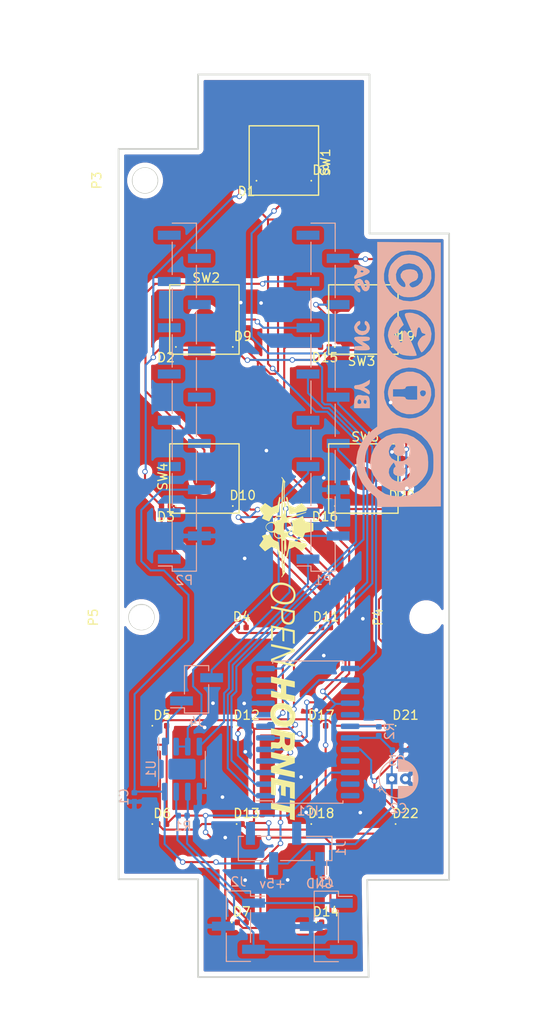
<source format=kicad_pcb>
(kicad_pcb (version 20171130) (host pcbnew "(5.1.4)-1")
  (title_block (title "ABSIS NANO GENERAL I/O") (date 2017-12-26) (rev -) (company "F/A-18C SIMPIT") (comment 1 "JOHN STEENSEN"))
  (layers (0 F.Cu signal) (31 B.Cu signal) (34 B.Paste user) (35 F.Paste user) (36 B.SilkS user) (37 F.SilkS user) (38 B.Mask user) (39 F.Mask user) (44 Edge.Cuts user))
  (net 0 "")
  (net 1 "/1(Tx)")
  (net 2 "/0(Rx)")
  (net 3 GND)
  (net 4 /2)
  (net 5 +5V)
  (net 6 "Net-(J2-Pad1)")
  (net 7 "Net-(J2-Pad3)")
  (net 8 /RX_ENABLE)
  (net 9 "/3(**)")
  (net 10 "/5(**)")
  (net 11 "/6(**)")
  (net 12 /7)
  (net 13 /8)
  (net 14 "/9(**)")
  (net 15 "/10(**/SS)")
  (net 16 "/11(**/MOSI)")
  (net 17 /Dig0)
  (net 18 /SegDP)
  (net 19 /Dig1)
  (net 20 /Dig2)
  (net 21 /Dig3)
  (net 22 /Dig4)
  (net 23 /Dig5)
  (net 24 /Dig6)
  (net 25 /SegA)
  (net 26 /SegB)
  (net 27 /SegC)
  (net 28 "Net-(IC1-Pad18)")
  (module KiCAD_Libraries:OH_LOGO_37.7mm_5.9mm (layer F.Cu) (at 102.77475 110.36935 270)
    (fp_text reference G*** hide)
    (fp_text value LOGO hide)
  )
  (module KiCAD_Libraries:CC-BY-NC-SA (layer B.Cu) (at 114.83975 80.27035 90)
    (fp_text reference G*** hide)
    (fp_text value LOGO hide)
  )
  (module MountingHole:MountingHole_2.7mm_M2.5 (layer F.Cu) (at 87.25535 58.95975 90)
    (fp_text reference P3 (at 0 -5.3 90) (layer F.SilkS))
    (fp_text value CONN_01X01)
    (pad 1 np_thru_hole circle (at 0 0 90) (size 2.7 2.7) (drill 2.7) (layers *.Cu *.Mask))
  )
  (module MountingHole:MountingHole_2.7mm_M2.5 (layer F.Cu) (at 118.14175 106.91495 90)
    (fp_text reference P4 (at 0 -5.3 90) (layer F.SilkS))
    (fp_text value CONN_01X01)
    (pad 1 np_thru_hole circle (at 0 0 90) (size 2.7 2.7) (drill 2.7) (layers *.Cu *.Mask))
  )
  (module MountingHole:MountingHole_2.7mm_M2.5 (layer F.Cu) (at 86.87435 106.94035 90)
    (fp_text reference P5 (at 0 -5.3 90) (layer F.SilkS))
    (fp_text value CONN_01X01)
    (pad 1 np_thru_hole circle (at 0 0 90) (size 2.7 2.7) (drill 2.7) (layers *.Cu *.Mask))
  )
  (module Connector_PinHeader_2.54mm:PinHeader_1x03_P2.54mm_Vertical_SMD_Pin1Left (layer B.Cu) (at 97.51695 140.84935 180)
    (fp_text reference J2 (at 0 4.87) (layer B.SilkS) (effects (justify mirror)))
    (fp_text value "BUS IN")
    (pad 2 smd rect (at 1.655 0 180) (size 2.51 1) (layers B.Cu B.Paste B.Mask) (net 3 GND))
    (pad 3 smd rect (at -1.655 -2.54 180) (size 2.51 1) (layers B.Cu B.Paste B.Mask) (net 7 "Net-(J2-Pad3)"))
    (pad 1 smd rect (at -1.655 2.54 180) (size 2.51 1) (layers B.Cu B.Paste B.Mask) (net 6 "Net-(J2-Pad1)"))
  )
  (module Resistor_SMD:R_0402_1005Metric (layer B.Cu) (at 112.93475 119.43715 90)
    (fp_text reference R2 (at 0 1.17 270) (layer B.SilkS) (effects (justify mirror)))
    (fp_text value 30K)
    (pad 2 smd roundrect (at 0.485 0 90) (size 0.59 0.64) (layers B.Cu B.Paste B.Mask) (net 28 "Net-(IC1-Pad18)"))
    (pad 1 smd roundrect (at -0.485 0 90) (size 0.59 0.64) (layers B.Cu B.Paste B.Mask) (net 5 +5V))
  )
  (module Package_SO:SOIC-8-1EP_3.9x4.9mm_P1.27mm_EP2.29x3mm (layer B.Cu) (at 91.31935 123.60275 270)
    (fp_text reference U1 (at 0 3.4 90) (layer B.SilkS) (effects (justify mirror)))
    (fp_text value MAX487EESA+T)
    (pad 8 smd roundrect (at 2.475 1.905 270) (size 1.95 0.6) (layers B.Cu B.Paste B.Mask) (net 5 +5V))
    (pad 7 smd roundrect (at 2.475 0.635 270) (size 1.95 0.6) (layers B.Cu B.Paste B.Mask) (net 7 "Net-(J2-Pad3)"))
    (pad 6 smd roundrect (at 2.475 -0.635 270) (size 1.95 0.6) (layers B.Cu B.Paste B.Mask) (net 6 "Net-(J2-Pad1)"))
    (pad 5 smd roundrect (at 2.475 -1.905 270) (size 1.95 0.6) (layers B.Cu B.Paste B.Mask) (net 3 GND))
    (pad 4 smd roundrect (at -2.475 -1.905 270) (size 1.95 0.6) (layers B.Cu B.Paste B.Mask) (net 1 "/1(Tx)"))
    (pad 3 smd roundrect (at -2.475 -0.635 270) (size 1.95 0.6) (layers B.Cu B.Paste B.Mask) (net 4 /2))
    (pad 2 smd roundrect (at -2.475 0.635 270) (size 1.95 0.6) (layers B.Cu B.Paste B.Mask) (net 4 /2))
    (pad 1 smd roundrect (at -2.475 1.905 270) (size 1.95 0.6) (layers B.Cu B.Paste B.Mask) (net 8 /RX_ENABLE))
    (pad 9 smd roundrect (at 0 0 270) (size 2.29 3) (layers B.Cu B.Mask) (roundrect_rratio 0.10917))
  )
  (module Resistor_SMD:R_0402_1005Metric (layer B.Cu) (at 91.39555 128.70815)
    (fp_text reference R1 (at 0 1.17) (layer B.SilkS) (effects (justify mirror)))
    (fp_text value 120)
    (pad 2 smd roundrect (at 0.485 0) (size 0.59 0.64) (layers B.Cu B.Paste B.Mask) (net 6 "Net-(J2-Pad1)"))
    (pad 1 smd roundrect (at -0.485 0) (size 0.59 0.64) (layers B.Cu B.Paste B.Mask) (net 7 "Net-(J2-Pad3)"))
  )
  (module Connector_PinHeader_2.54mm:PinHeader_1x15_P2.54mm_Vertical_SMD_Pin1Left (layer B.Cu) (at 91.57335 82.75955)
    (fp_text reference P2 (at 0 20.11 180) (layer B.SilkS) (effects (justify mirror)))
    (fp_text value Analog)
    (pad 14 smd rect (at 1.655 -15.24) (size 2.51 1) (layers B.Cu B.Paste B.Mask))
    (pad 12 smd rect (at 1.655 -10.16) (size 2.51 1) (layers B.Cu B.Paste B.Mask))
    (pad 10 smd rect (at 1.655 -5.08) (size 2.51 1) (layers B.Cu B.Paste B.Mask))
    (pad 8 smd rect (at 1.655 0) (size 2.51 1) (layers B.Cu B.Paste B.Mask))
    (pad 6 smd rect (at 1.655 5.08) (size 2.51 1) (layers B.Cu B.Paste B.Mask))
    (pad 4 smd rect (at 1.655 10.16) (size 2.51 1) (layers B.Cu B.Paste B.Mask) (net 5 +5V))
    (pad 2 smd rect (at 1.655 15.24) (size 2.51 1) (layers B.Cu B.Paste B.Mask) (net 3 GND))
    (pad 15 smd rect (at -1.655 -17.78) (size 2.51 1) (layers B.Cu B.Paste B.Mask))
    (pad 13 smd rect (at -1.655 -12.7) (size 2.51 1) (layers B.Cu B.Paste B.Mask))
    (pad 11 smd rect (at -1.655 -7.62) (size 2.51 1) (layers B.Cu B.Paste B.Mask))
    (pad 9 smd rect (at -1.655 -2.54) (size 2.51 1) (layers B.Cu B.Paste B.Mask))
    (pad 7 smd rect (at -1.655 2.54) (size 2.51 1) (layers B.Cu B.Paste B.Mask))
    (pad 5 smd rect (at -1.655 7.62) (size 2.51 1) (layers B.Cu B.Paste B.Mask))
    (pad 3 smd rect (at -1.655 12.7) (size 2.51 1) (layers B.Cu B.Paste B.Mask))
    (pad 1 smd rect (at -1.655 17.78) (size 2.51 1) (layers B.Cu B.Paste B.Mask))
  )
  (module Connector_PinHeader_2.54mm:PinHeader_1x15_P2.54mm_Vertical_SMD_Pin1Left (layer B.Cu) (at 106.81335 82.75955)
    (fp_text reference P1 (at 0 20.11 180) (layer B.SilkS) (effects (justify mirror)))
    (fp_text value Digital)
    (pad 14 smd rect (at 1.655 -15.24) (size 2.51 1) (layers B.Cu B.Paste B.Mask) (net 16 "/11(**/MOSI)"))
    (pad 12 smd rect (at 1.655 -10.16) (size 2.51 1) (layers B.Cu B.Paste B.Mask) (net 14 "/9(**)"))
    (pad 10 smd rect (at 1.655 -5.08) (size 2.51 1) (layers B.Cu B.Paste B.Mask) (net 12 /7))
    (pad 8 smd rect (at 1.655 0) (size 2.51 1) (layers B.Cu B.Paste B.Mask) (net 10 "/5(**)"))
    (pad 6 smd rect (at 1.655 5.08) (size 2.51 1) (layers B.Cu B.Paste B.Mask) (net 9 "/3(**)"))
    (pad 4 smd rect (at 1.655 10.16) (size 2.51 1) (layers B.Cu B.Paste B.Mask) (net 3 GND))
    (pad 2 smd rect (at 1.655 15.24) (size 2.51 1) (layers B.Cu B.Paste B.Mask) (net 2 "/0(Rx)"))
    (pad 15 smd rect (at -1.655 -17.78) (size 2.51 1) (layers B.Cu B.Paste B.Mask))
    (pad 13 smd rect (at -1.655 -12.7) (size 2.51 1) (layers B.Cu B.Paste B.Mask) (net 15 "/10(**/SS)"))
    (pad 11 smd rect (at -1.655 -7.62) (size 2.51 1) (layers B.Cu B.Paste B.Mask) (net 13 /8))
    (pad 9 smd rect (at -1.655 -2.54) (size 2.51 1) (layers B.Cu B.Paste B.Mask) (net 11 "/6(**)"))
    (pad 7 smd rect (at -1.655 2.54) (size 2.51 1) (layers B.Cu B.Paste B.Mask))
    (pad 5 smd rect (at -1.655 7.62) (size 2.51 1) (layers B.Cu B.Paste B.Mask) (net 4 /2))
    (pad 3 smd rect (at -1.655 12.7) (size 2.51 1) (layers B.Cu B.Paste B.Mask))
    (pad 1 smd rect (at -1.655 17.78) (size 2.51 1) (layers B.Cu B.Paste B.Mask) (net 1 "/1(Tx)"))
  )
  (module Package_SO:SOIC-24W_7.5x15.4mm_P1.27mm (layer B.Cu) (at 105.13695 119.53875)
    (fp_text reference IC1 (at 0 8.65) (layer B.SilkS) (effects (justify mirror)))
    (fp_text value MAX7219)
    (pad 24 smd roundrect (at 4.65 6.985) (size 2.05 0.6) (layers B.Cu B.Paste B.Mask))
    (pad 23 smd roundrect (at 4.65 5.715) (size 2.05 0.6) (layers B.Cu B.Paste B.Mask))
    (pad 22 smd roundrect (at 4.65 4.445) (size 2.05 0.6) (layers B.Cu B.Paste B.Mask) (net 18 /SegDP))
    (pad 21 smd roundrect (at 4.65 3.175) (size 2.05 0.6) (layers B.Cu B.Paste B.Mask))
    (pad 20 smd roundrect (at 4.65 1.905) (size 2.05 0.6) (layers B.Cu B.Paste B.Mask) (net 27 /SegC))
    (pad 19 smd roundrect (at 4.65 0.635) (size 2.05 0.6) (layers B.Cu B.Paste B.Mask) (net 5 +5V))
    (pad 18 smd roundrect (at 4.65 -0.635) (size 2.05 0.6) (layers B.Cu B.Paste B.Mask) (net 28 "Net-(IC1-Pad18)"))
    (pad 17 smd roundrect (at 4.65 -1.905) (size 2.05 0.6) (layers B.Cu B.Paste B.Mask))
    (pad 16 smd roundrect (at 4.65 -3.175) (size 2.05 0.6) (layers B.Cu B.Paste B.Mask) (net 26 /SegB))
    (pad 15 smd roundrect (at 4.65 -4.445) (size 2.05 0.6) (layers B.Cu B.Paste B.Mask))
    (pad 14 smd roundrect (at 4.65 -5.715) (size 2.05 0.6) (layers B.Cu B.Paste B.Mask) (net 25 /SegA))
    (pad 13 smd roundrect (at 4.65 -6.985) (size 2.05 0.6) (layers B.Cu B.Paste B.Mask) (net 10 "/5(**)"))
    (pad 12 smd roundrect (at -4.65 -6.985) (size 2.05 0.6) (layers B.Cu B.Paste B.Mask) (net 11 "/6(**)"))
    (pad 11 smd roundrect (at -4.65 -5.715) (size 2.05 0.6) (layers B.Cu B.Paste B.Mask) (net 19 /Dig1))
    (pad 10 smd roundrect (at -4.65 -4.445) (size 2.05 0.6) (layers B.Cu B.Paste B.Mask) (net 23 /Dig5))
    (pad 9 smd roundrect (at -4.65 -3.175) (size 2.05 0.6) (layers B.Cu B.Paste B.Mask) (net 3 GND))
    (pad 8 smd roundrect (at -4.65 -1.905) (size 2.05 0.6) (layers B.Cu B.Paste B.Mask))
    (pad 7 smd roundrect (at -4.65 -0.635) (size 2.05 0.6) (layers B.Cu B.Paste B.Mask) (net 21 /Dig3))
    (pad 6 smd roundrect (at -4.65 0.635) (size 2.05 0.6) (layers B.Cu B.Paste B.Mask) (net 20 /Dig2))
    (pad 5 smd roundrect (at -4.65 1.905) (size 2.05 0.6) (layers B.Cu B.Paste B.Mask) (net 24 /Dig6))
    (pad 4 smd roundrect (at -4.65 3.175) (size 2.05 0.6) (layers B.Cu B.Paste B.Mask) (net 3 GND))
    (pad 3 smd roundrect (at -4.65 4.445) (size 2.05 0.6) (layers B.Cu B.Paste B.Mask) (net 22 /Dig4))
    (pad 2 smd roundrect (at -4.65 5.715) (size 2.05 0.6) (layers B.Cu B.Paste B.Mask) (net 17 /Dig0))
    (pad 1 smd roundrect (at -4.65 6.985) (size 2.05 0.6) (layers B.Cu B.Paste B.Mask) (net 9 "/3(**)"))
  )
  (module LED_SMD:LED_0402_1005Metric (layer F.Cu) (at 115.86975 129.63275)
    (fp_text reference D22 (at 0 -1.17) (layer F.SilkS))
    (fp_text value 5,3)
    (pad 2 smd roundrect (at 0.485 0) (size 0.59 0.64) (layers F.Cu F.Paste F.Mask) (net 27 /SegC))
    (pad 1 smd roundrect (at -0.485 0) (size 0.59 0.64) (layers F.Cu F.Paste F.Mask) (net 23 /Dig5))
  )
  (module LED_SMD:LED_0402_1005Metric (layer F.Cu) (at 115.86975 118.84275)
    (fp_text reference D21 (at 0 -1.17) (layer F.SilkS))
    (fp_text value 4,3)
    (pad 2 smd roundrect (at 0.485 0) (size 0.59 0.64) (layers F.Cu F.Paste F.Mask) (net 27 /SegC))
    (pad 1 smd roundrect (at -0.485 0) (size 0.59 0.64) (layers F.Cu F.Paste F.Mask) (net 22 /Dig4))
  )
  (module LED_SMD:LED_0402_1005Metric (layer F.Cu) (at 115.45975 94.71275)
    (fp_text reference D20 (at 0 -1.17) (layer F.SilkS))
    (fp_text value 2,3)
    (pad 2 smd roundrect (at 0.485 0) (size 0.59 0.64) (layers F.Cu F.Paste F.Mask) (net 27 /SegC))
    (pad 1 smd roundrect (at -0.485 0) (size 0.59 0.64) (layers F.Cu F.Paste F.Mask) (net 20 /Dig2))
  )
  (module LED_SMD:LED_0402_1005Metric (layer F.Cu) (at 115.45975 77.24275)
    (fp_text reference D19 (at 0 -1.17) (layer F.SilkS))
    (fp_text value 1,3)
    (pad 2 smd roundrect (at 0.485 0) (size 0.59 0.64) (layers F.Cu F.Paste F.Mask) (net 27 /SegC))
    (pad 1 smd roundrect (at -0.485 0) (size 0.59 0.64) (layers F.Cu F.Paste F.Mask) (net 19 /Dig1))
  )
  (module LED_SMD:LED_0402_1005Metric (layer F.Cu) (at 106.60975 129.63275)
    (fp_text reference D18 (at 0 -1.17) (layer F.SilkS))
    (fp_text value 5,2)
    (pad 2 smd roundrect (at 0.485 0) (size 0.59 0.64) (layers F.Cu F.Paste F.Mask) (net 26 /SegB))
    (pad 1 smd roundrect (at -0.485 0) (size 0.59 0.64) (layers F.Cu F.Paste F.Mask) (net 23 /Dig5))
  )
  (module LED_SMD:LED_0402_1005Metric (layer F.Cu) (at 106.60975 118.84275)
    (fp_text reference D17 (at 0 -1.17) (layer F.SilkS))
    (fp_text value 4,2)
    (pad 2 smd roundrect (at 0.485 0) (size 0.59 0.64) (layers F.Cu F.Paste F.Mask) (net 26 /SegB))
    (pad 1 smd roundrect (at -0.485 0) (size 0.59 0.64) (layers F.Cu F.Paste F.Mask) (net 22 /Dig4))
  )
  (module LED_SMD:LED_0402_1005Metric (layer F.Cu) (at 107.01975 94.71275 180)
    (fp_text reference D16 (at 0 -1.17) (layer F.SilkS))
    (fp_text value 2,2)
    (pad 2 smd roundrect (at 0.485 0 180) (size 0.59 0.64) (layers F.Cu F.Paste F.Mask) (net 26 /SegB))
    (pad 1 smd roundrect (at -0.485 0 180) (size 0.59 0.64) (layers F.Cu F.Paste F.Mask) (net 20 /Dig2))
  )
  (module LED_SMD:LED_0402_1005Metric (layer F.Cu) (at 107.01975 77.24275 180)
    (fp_text reference D15 (at 0 -1.17) (layer F.SilkS))
    (fp_text value 1,2)
    (pad 2 smd roundrect (at 0.485 0 180) (size 0.59 0.64) (layers F.Cu F.Paste F.Mask) (net 26 /SegB))
    (pad 1 smd roundrect (at -0.485 0 180) (size 0.59 0.64) (layers F.Cu F.Paste F.Mask) (net 19 /Dig1))
  )
  (module LED_SMD:LED_0402_1005Metric (layer F.Cu) (at 107.13975 140.43275)
    (fp_text reference D14 (at 0 -1.17) (layer F.SilkS))
    (fp_text value 6,1)
    (pad 2 smd roundrect (at 0.485 0) (size 0.59 0.64) (layers F.Cu F.Paste F.Mask) (net 25 /SegA))
    (pad 1 smd roundrect (at -0.485 0) (size 0.59 0.64) (layers F.Cu F.Paste F.Mask) (net 24 /Dig6))
  )
  (module LED_SMD:LED_0402_1005Metric (layer F.Cu) (at 98.40975 129.63275)
    (fp_text reference D13 (at 0 -1.17) (layer F.SilkS))
    (fp_text value 5,1)
    (pad 2 smd roundrect (at 0.485 0) (size 0.59 0.64) (layers F.Cu F.Paste F.Mask) (net 25 /SegA))
    (pad 1 smd roundrect (at -0.485 0) (size 0.59 0.64) (layers F.Cu F.Paste F.Mask) (net 23 /Dig5))
  )
  (module LED_SMD:LED_0402_1005Metric (layer F.Cu) (at 98.40975 118.84275)
    (fp_text reference D12 (at 0 -1.17) (layer F.SilkS))
    (fp_text value 4,1)
    (pad 2 smd roundrect (at 0.485 0) (size 0.59 0.64) (layers F.Cu F.Paste F.Mask) (net 25 /SegA))
    (pad 1 smd roundrect (at -0.485 0) (size 0.59 0.64) (layers F.Cu F.Paste F.Mask) (net 22 /Dig4))
  )
  (module LED_SMD:LED_0402_1005Metric (layer F.Cu) (at 107.13975 108.04275)
    (fp_text reference D11 (at 0 -1.17) (layer F.SilkS))
    (fp_text value 3,1)
    (pad 2 smd roundrect (at 0.485 0) (size 0.59 0.64) (layers F.Cu F.Paste F.Mask) (net 25 /SegA))
    (pad 1 smd roundrect (at -0.485 0) (size 0.59 0.64) (layers F.Cu F.Paste F.Mask) (net 21 /Dig3))
  )
  (module LED_SMD:LED_0402_1005Metric (layer F.Cu) (at 97.98975 94.71275)
    (fp_text reference D10 (at 0 -1.17) (layer F.SilkS))
    (fp_text value 2,1)
    (pad 2 smd roundrect (at 0.485 0) (size 0.59 0.64) (layers F.Cu F.Paste F.Mask) (net 25 /SegA))
    (pad 1 smd roundrect (at -0.485 0) (size 0.59 0.64) (layers F.Cu F.Paste F.Mask) (net 20 /Dig2))
  )
  (module LED_SMD:LED_0402_1005Metric (layer F.Cu) (at 97.98975 77.24275)
    (fp_text reference D9 (at 0 -1.17) (layer F.SilkS))
    (fp_text value 1,1)
    (pad 2 smd roundrect (at 0.485 0) (size 0.59 0.64) (layers F.Cu F.Paste F.Mask) (net 25 /SegA))
    (pad 1 smd roundrect (at -0.485 0) (size 0.59 0.64) (layers F.Cu F.Paste F.Mask) (net 19 /Dig1))
  )
  (module LED_SMD:LED_0402_1005Metric (layer F.Cu) (at 106.60975 58.99275)
    (fp_text reference D8 (at 0 -1.17) (layer F.SilkS))
    (fp_text value 0,1)
    (pad 2 smd roundrect (at 0.485 0) (size 0.59 0.64) (layers F.Cu F.Paste F.Mask) (net 25 /SegA))
    (pad 1 smd roundrect (at -0.485 0) (size 0.59 0.64) (layers F.Cu F.Paste F.Mask) (net 17 /Dig0))
  )
  (module LED_SMD:LED_0402_1005Metric (layer F.Cu) (at 97.87975 140.43275)
    (fp_text reference D7 (at 0 -1.17) (layer F.SilkS))
    (fp_text value 6,0)
    (pad 2 smd roundrect (at 0.485 0) (size 0.59 0.64) (layers F.Cu F.Paste F.Mask) (net 18 /SegDP))
    (pad 1 smd roundrect (at -0.485 0) (size 0.59 0.64) (layers F.Cu F.Paste F.Mask) (net 24 /Dig6))
  )
  (module LED_SMD:LED_0402_1005Metric (layer F.Cu) (at 89.14975 129.63275)
    (fp_text reference D6 (at 0 -1.17) (layer F.SilkS))
    (fp_text value 5,0)
    (pad 2 smd roundrect (at 0.485 0) (size 0.59 0.64) (layers F.Cu F.Paste F.Mask) (net 18 /SegDP))
    (pad 1 smd roundrect (at -0.485 0) (size 0.59 0.64) (layers F.Cu F.Paste F.Mask) (net 23 /Dig5))
  )
  (module LED_SMD:LED_0402_1005Metric (layer F.Cu) (at 89.14975 118.84275)
    (fp_text reference D5 (at 0 -1.17) (layer F.SilkS))
    (fp_text value 4,0)
    (pad 2 smd roundrect (at 0.485 0) (size 0.59 0.64) (layers F.Cu F.Paste F.Mask) (net 18 /SegDP))
    (pad 1 smd roundrect (at -0.485 0) (size 0.59 0.64) (layers F.Cu F.Paste F.Mask) (net 22 /Dig4))
  )
  (module LED_SMD:LED_0402_1005Metric (layer F.Cu) (at 97.87975 108.04275)
    (fp_text reference D4 (at 0 -1.17) (layer F.SilkS))
    (fp_text value 3,0)
    (pad 2 smd roundrect (at 0.485 0) (size 0.59 0.64) (layers F.Cu F.Paste F.Mask) (net 18 /SegDP))
    (pad 1 smd roundrect (at -0.485 0) (size 0.59 0.64) (layers F.Cu F.Paste F.Mask) (net 21 /Dig3))
  )
  (module LED_SMD:LED_0402_1005Metric (layer F.Cu) (at 89.55975 94.71275 180)
    (fp_text reference D3 (at 0 -1.17) (layer F.SilkS))
    (fp_text value 2,0)
    (pad 2 smd roundrect (at 0.485 0 180) (size 0.59 0.64) (layers F.Cu F.Paste F.Mask) (net 18 /SegDP))
    (pad 1 smd roundrect (at -0.485 0 180) (size 0.59 0.64) (layers F.Cu F.Paste F.Mask) (net 20 /Dig2))
  )
  (module LED_SMD:LED_0402_1005Metric (layer F.Cu) (at 89.55975 77.24275 180)
    (fp_text reference D2 (at 0 -1.17) (layer F.SilkS))
    (fp_text value 1,0)
    (pad 2 smd roundrect (at 0.485 0 180) (size 0.59 0.64) (layers F.Cu F.Paste F.Mask) (net 18 /SegDP))
    (pad 1 smd roundrect (at -0.485 0 180) (size 0.59 0.64) (layers F.Cu F.Paste F.Mask) (net 19 /Dig1))
  )
  (module LED_SMD:LED_0402_1005Metric (layer F.Cu) (at 98.40975 58.99275 180)
    (fp_text reference D1 (at 0 -1.17) (layer F.SilkS))
    (fp_text value 0,0)
    (pad 2 smd roundrect (at 0.485 0 180) (size 0.59 0.64) (layers F.Cu F.Paste F.Mask) (net 18 /SegDP))
    (pad 1 smd roundrect (at -0.485 0 180) (size 0.59 0.64) (layers F.Cu F.Paste F.Mask) (net 17 /Dig0))
  )
  (module Capacitor_SMD:C_0402_1005Metric (layer B.Cu) (at 114.91595 121.51995)
    (fp_text reference C3 (at 0 1.17) (layer B.SilkS) (effects (justify mirror)))
    (fp_text value 100nF)
    (pad 2 smd roundrect (at 0.485 0) (size 0.59 0.64) (layers B.Cu B.Paste B.Mask) (net 3 GND))
    (pad 1 smd roundrect (at -0.485 0) (size 0.59 0.64) (layers B.Cu B.Paste B.Mask) (net 5 +5V))
  )
  (module Capacitor_THT:CP_Radial_D4.0mm_P1.50mm (layer B.Cu) (at 114.35715 124.66955)
    (fp_text reference C2 (at 0.75 3.25) (layer B.SilkS) (effects (justify mirror)))
    (fp_text value 47uF)
    (pad 2 thru_hole circle (at 1.5 0) (size 1.2 1.2) (drill 0.6) (layers *.Cu *.Mask) (net 3 GND))
    (pad 1 thru_hole rect (at 0 0) (size 1.2 1.2) (drill 0.6) (layers *.Cu *.Mask) (net 5 +5V))
  )
  (module Capacitor_SMD:C_0402_1005Metric (layer B.Cu) (at 86.08695 126.67615 270)
    (fp_text reference C1 (at 0 1.17 90) (layer B.SilkS) (effects (justify mirror)))
    (fp_text value 0.1uF)
    (pad 2 smd roundrect (at 0.485 0 270) (size 0.59 0.64) (layers B.Cu B.Paste B.Mask) (net 3 GND))
    (pad 1 smd roundrect (at -0.485 0 270) (size 0.59 0.64) (layers B.Cu B.Paste B.Mask) (net 5 +5V))
  )
  (module KiCAD_Libraries:SWITCH_SNAP_DOME_6.3mm_DIA_SINGLE_SIDE_PCB (layer F.Cu) (at 102.50975 56.77275 270)
    (fp_text reference SW1 (at 0.2 -4.573 90) (layer F.SilkS))
    (fp_text value SW_Push)
    (pad 1 smd custom (at 1.25 0 270) (size 2.45 0.64) (layers F.Cu F.Paste F.Mask) (net 12 /7) (options (clearance outline) (anchor rect)) (primitives (gr_line (start 1.163 0.254) (end -0.107 0.254) (width 0.15)) (gr_line (start -0.107 0.254) (end -0.107 -0.254) (width 0.15)) (gr_line (start -0.107 -0.254) (end 1.163 -0.254) (width 0.15)) (gr_line (start 1.163 -0.254) (end 1.163 0.254) (width 0.15)) (gr_poly (pts (xy 0.02 -0.254) (xy 1.163 -0.254) (xy 1.163 0.254) (xy 0.02 0.254)) (width 0.15)) (gr_circle (center -1.25 0) (end -0.045172 0) (width 0.15)) (gr_poly (pts (xy -1.25 -1.143) (xy -0.488 -0.889) (xy -0.107 -0.254) (xy -0.234 0.508) (xy -0.742 1.016) (xy -1.377 1.143) (xy -2.012 0.889) (xy -2.266 0.381) (xy -2.393 -0.127) (xy -2.139 -0.762) (xy -1.631 -1.016)) (width 0.15))))
    (pad 2 smd custom (at 2.4 -1.6 270) (size 0.5 0.5) (layers F.Cu F.Paste F.Mask) (net 3 GND) (options (clearance outline) (anchor rect)) (primitives (gr_poly (pts (xy 0.4956 0.2284) (xy 0.4956 -0.2796) (xy -0.114 -1.2956) (xy -4.7368 -1.2956) (xy -5.2956 -0.3304) (xy -5.2956 3.4796) (xy -4.686 4.4956) (xy -0.114 4.4956) (xy 0.4956 3.4796) (xy 0.4956 2.9716) (xy -0.4696 2.9716) (xy -0.4696 3.5304) (xy -4.3304 3.5304) (xy -4.3304 -0.3304) (xy -0.4696 -0.3304) (xy -0.4696 0.2284)) (width 0.15))))
  )
  (module KiCAD_Libraries:SWITCH_SNAP_DOME_6.3mm_DIA_SINGLE_SIDE_PCB (layer F.Cu) (at 93.77975 74.23275)
    (fp_text reference SW2 (at 0.2 -4.573) (layer F.SilkS))
    (fp_text value SW_Push)
    (pad 2 smd custom (at 2.4 -1.6) (size 0.5 0.5) (layers F.Cu F.Paste F.Mask) (net 3 GND) (options (clearance outline) (anchor rect)) (primitives (gr_poly (pts (xy 0.4956 0.2284) (xy 0.4956 -0.2796) (xy -0.114 -1.2956) (xy -4.7368 -1.2956) (xy -5.2956 -0.3304) (xy -5.2956 3.4796) (xy -4.686 4.4956) (xy -0.114 4.4956) (xy 0.4956 3.4796) (xy 0.4956 2.9716) (xy -0.4696 2.9716) (xy -0.4696 3.5304) (xy -4.3304 3.5304) (xy -4.3304 -0.3304) (xy -0.4696 -0.3304) (xy -0.4696 0.2284)) (width 0.15))))
    (pad 1 smd custom (at 1.25 0) (size 2.45 0.64) (layers F.Cu F.Paste F.Mask) (net 13 /8) (options (clearance outline) (anchor rect)) (primitives (gr_line (start 1.163 0.254) (end -0.107 0.254) (width 0.15)) (gr_line (start -0.107 0.254) (end -0.107 -0.254) (width 0.15)) (gr_line (start -0.107 -0.254) (end 1.163 -0.254) (width 0.15)) (gr_line (start 1.163 -0.254) (end 1.163 0.254) (width 0.15)) (gr_poly (pts (xy 0.02 -0.254) (xy 1.163 -0.254) (xy 1.163 0.254) (xy 0.02 0.254)) (width 0.15)) (gr_circle (center -1.25 0) (end -0.045172 0) (width 0.15)) (gr_poly (pts (xy -1.25 -1.143) (xy -0.488 -0.889) (xy -0.107 -0.254) (xy -0.234 0.508) (xy -0.742 1.016) (xy -1.377 1.143) (xy -2.012 0.889) (xy -2.266 0.381) (xy -2.393 -0.127) (xy -2.139 -0.762) (xy -1.631 -1.016)) (width 0.15))))
  )
  (module KiCAD_Libraries:SWITCH_SNAP_DOME_6.3mm_DIA_SINGLE_SIDE_PCB (layer F.Cu) (at 111.23975 74.23275 180)
    (fp_text reference SW3 (at 0.2 -4.573) (layer F.SilkS))
    (fp_text value SW_Push)
    (pad 1 smd custom (at 1.25 0 180) (size 2.45 0.64) (layers F.Cu F.Paste F.Mask) (net 14 "/9(**)") (options (clearance outline) (anchor rect)) (primitives (gr_line (start 1.163 0.254) (end -0.107 0.254) (width 0.15)) (gr_line (start -0.107 0.254) (end -0.107 -0.254) (width 0.15)) (gr_line (start -0.107 -0.254) (end 1.163 -0.254) (width 0.15)) (gr_line (start 1.163 -0.254) (end 1.163 0.254) (width 0.15)) (gr_poly (pts (xy 0.02 -0.254) (xy 1.163 -0.254) (xy 1.163 0.254) (xy 0.02 0.254)) (width 0.15)) (gr_circle (center -1.25 0) (end -0.045172 0) (width 0.15)) (gr_poly (pts (xy -1.25 -1.143) (xy -0.488 -0.889) (xy -0.107 -0.254) (xy -0.234 0.508) (xy -0.742 1.016) (xy -1.377 1.143) (xy -2.012 0.889) (xy -2.266 0.381) (xy -2.393 -0.127) (xy -2.139 -0.762) (xy -1.631 -1.016)) (width 0.15))))
    (pad 2 smd custom (at 2.4 -1.6 180) (size 0.5 0.5) (layers F.Cu F.Paste F.Mask) (net 3 GND) (options (clearance outline) (anchor rect)) (primitives (gr_poly (pts (xy 0.4956 0.2284) (xy 0.4956 -0.2796) (xy -0.114 -1.2956) (xy -4.7368 -1.2956) (xy -5.2956 -0.3304) (xy -5.2956 3.4796) (xy -4.686 4.4956) (xy -0.114 4.4956) (xy 0.4956 3.4796) (xy 0.4956 2.9716) (xy -0.4696 2.9716) (xy -0.4696 3.5304) (xy -4.3304 3.5304) (xy -4.3304 -0.3304) (xy -0.4696 -0.3304) (xy -0.4696 0.2284)) (width 0.15))))
  )
  (module KiCAD_Libraries:SWITCH_SNAP_DOME_6.3mm_DIA_SINGLE_SIDE_PCB (layer F.Cu) (at 93.77975 91.69275 90)
    (fp_text reference SW4 (at 0.2 -4.573 90) (layer F.SilkS))
    (fp_text value SW_Push)
    (pad 2 smd custom (at 2.4 -1.6 90) (size 0.5 0.5) (layers F.Cu F.Paste F.Mask) (net 3 GND) (options (clearance outline) (anchor rect)) (primitives (gr_poly (pts (xy 0.4956 0.2284) (xy 0.4956 -0.2796) (xy -0.114 -1.2956) (xy -4.7368 -1.2956) (xy -5.2956 -0.3304) (xy -5.2956 3.4796) (xy -4.686 4.4956) (xy -0.114 4.4956) (xy 0.4956 3.4796) (xy 0.4956 2.9716) (xy -0.4696 2.9716) (xy -0.4696 3.5304) (xy -4.3304 3.5304) (xy -4.3304 -0.3304) (xy -0.4696 -0.3304) (xy -0.4696 0.2284)) (width 0.15))))
    (pad 1 smd custom (at 1.25 0 90) (size 2.45 0.64) (layers F.Cu F.Paste F.Mask) (net 15 "/10(**/SS)") (options (clearance outline) (anchor rect)) (primitives (gr_line (start 1.163 0.254) (end -0.107 0.254) (width 0.15)) (gr_line (start -0.107 0.254) (end -0.107 -0.254) (width 0.15)) (gr_line (start -0.107 -0.254) (end 1.163 -0.254) (width 0.15)) (gr_line (start 1.163 -0.254) (end 1.163 0.254) (width 0.15)) (gr_poly (pts (xy 0.02 -0.254) (xy 1.163 -0.254) (xy 1.163 0.254) (xy 0.02 0.254)) (width 0.15)) (gr_circle (center -1.25 0) (end -0.045172 0) (width 0.15)) (gr_poly (pts (xy -1.25 -1.143) (xy -0.488 -0.889) (xy -0.107 -0.254) (xy -0.234 0.508) (xy -0.742 1.016) (xy -1.377 1.143) (xy -2.012 0.889) (xy -2.266 0.381) (xy -2.393 -0.127) (xy -2.139 -0.762) (xy -1.631 -1.016)) (width 0.15))))
  )
  (module KiCAD_Libraries:SWITCH_SNAP_DOME_6.3mm_DIA_SINGLE_SIDE_PCB (layer F.Cu) (at 111.23975 91.69275)
    (fp_text reference SW5 (at 0.2 -4.573) (layer F.SilkS))
    (fp_text value SW_Push)
    (pad 2 smd custom (at 2.4 -1.6) (size 0.5 0.5) (layers F.Cu F.Paste F.Mask) (net 3 GND) (options (clearance outline) (anchor rect)) (primitives (gr_poly (pts (xy 0.4956 0.2284) (xy 0.4956 -0.2796) (xy -0.114 -1.2956) (xy -4.7368 -1.2956) (xy -5.2956 -0.3304) (xy -5.2956 3.4796) (xy -4.686 4.4956) (xy -0.114 4.4956) (xy 0.4956 3.4796) (xy 0.4956 2.9716) (xy -0.4696 2.9716) (xy -0.4696 3.5304) (xy -4.3304 3.5304) (xy -4.3304 -0.3304) (xy -0.4696 -0.3304) (xy -0.4696 0.2284)) (width 0.15))))
    (pad 1 smd custom (at 1.25 0) (size 2.45 0.64) (layers F.Cu F.Paste F.Mask) (net 16 "/11(**/MOSI)") (options (clearance outline) (anchor rect)) (primitives (gr_line (start 1.163 0.254) (end -0.107 0.254) (width 0.15)) (gr_line (start -0.107 0.254) (end -0.107 -0.254) (width 0.15)) (gr_line (start -0.107 -0.254) (end 1.163 -0.254) (width 0.15)) (gr_line (start 1.163 -0.254) (end 1.163 0.254) (width 0.15)) (gr_poly (pts (xy 0.02 -0.254) (xy 1.163 -0.254) (xy 1.163 0.254) (xy 0.02 0.254)) (width 0.15)) (gr_circle (center -1.25 0) (end -0.045172 0) (width 0.15)) (gr_poly (pts (xy -1.25 -1.143) (xy -0.488 -0.889) (xy -0.107 -0.254) (xy -0.234 0.508) (xy -0.742 1.016) (xy -1.377 1.143) (xy -2.012 0.889) (xy -2.266 0.381) (xy -2.393 -0.127) (xy -2.139 -0.762) (xy -1.631 -1.016)) (width 0.15))))
  )
  (module Connector_PinHeader_2.54mm:PinHeader_1x04_P2.54mm_Vertical_SMD_Pin1Left (layer B.Cu) (at 102.64775 132.31495 90)
    (fp_text reference J1 (at 0 6.14 90) (layer B.SilkS) (effects (justify mirror)))
    (fp_text value PWR)
    (pad 1 smd rect (at -1.655 3.81 90) (size 2.51 1) (layers B.Cu B.Paste B.Mask) (net 3 GND))
    (pad 3 smd rect (at -1.655 -1.27 90) (size 2.51 1) (layers B.Cu B.Paste B.Mask) (net 5 +5V))
    (pad 2 smd rect (at 1.655 1.27 90) (size 2.51 1) (layers B.Cu B.Paste B.Mask))
    (pad 4 smd rect (at 1.655 -3.81 90) (size 2.51 1) (layers B.Cu B.Paste B.Mask))
  )
  (module Connector_PinHeader_2.54mm:PinHeader_1x03_P2.54mm_Vertical_SMD_Pin1Left (layer B.Cu) (at 107.16895 140.87475 180)
    (fp_text reference J3 (at 0 4.87) (layer B.SilkS) (effects (justify mirror)))
    (fp_text value "BUS OUT")
    (pad 1 smd rect (at -1.655 2.54 180) (size 2.51 1) (layers B.Cu B.Paste B.Mask) (net 6 "Net-(J2-Pad1)"))
    (pad 3 smd rect (at -1.655 -2.54 180) (size 2.51 1) (layers B.Cu B.Paste B.Mask) (net 7 "Net-(J2-Pad3)"))
    (pad 2 smd rect (at 1.655 0 180) (size 2.51 1) (layers B.Cu B.Paste B.Mask) (net 3 GND))
  )
  (module Connector_PinHeader_2.54mm:PinHeader_1x02_P2.54mm_Vertical_SMD_Pin1Left (layer B.Cu) (at 92.91955 114.83975)
    (fp_text reference J4 (at 0 3.6) (layer B.SilkS) (effects (justify mirror)))
    (fp_text value "PGM ENBLE")
    (pad 1 smd rect (at -1.655 1.27) (size 2.51 1) (layers B.Cu B.Paste B.Mask) (net 8 /RX_ENABLE))
    (pad 2 smd rect (at 1.655 -1.27) (size 2.51 1) (layers B.Cu B.Paste B.Mask) (net 2 "/0(Rx)"))
  )
  (gr_circle (center 86.865392 106.9086) (end 85.512842 106.9086) (layer Edge.Cuts) (width 0.2))
  (gr_text GND (at 106.45775 136.17575) (layer B.SilkS) (effects (font (size 1 1)) (justify mirror)))
  (gr_text +5v (at 101.27615 136.17575) (layer B.SilkS) (effects (font (size 1 1)) (justify mirror)))
  (gr_line (start 120.650566 64.78905) (end 111.919317 64.78905) (layer Edge.Cuts) (width 0.2))
  (gr_line (start 93.085217 146.43735) (end 111.81715 146.43735) (layer Edge.Cuts) (width 0.2))
  (gr_line (start 84.353967 135.69315) (end 93.085217 135.69315) (layer Edge.Cuts) (width 0.2))
  (gr_line (start 120.650566 135.769351) (end 120.650566 64.78905) (layer Edge.Cuts) (width 0.2))
  (gr_circle (center 87.262267 58.966101) (end 85.909717 58.966101) (layer Edge.Cuts) (width 0.2))
  (gr_line (start 111.664435 135.769351) (end 120.650566 135.769351) (layer Edge.Cuts) (width 0.2))
  (gr_line (start 93.085217 55.505351) (end 84.353967 55.505351) (layer Edge.Cuts) (width 0.2))
  (gr_line (start 93.085217 135.69315) (end 93.085217 146.43735) (layer Edge.Cuts) (width 0.2))
  (gr_line (start 111.919317 47.32655) (end 93.085217 47.32655) (layer Edge.Cuts) (width 0.2))
  (gr_line (start 111.919317 64.78905) (end 111.919317 47.32655) (layer Edge.Cuts) (width 0.2))
  (gr_line (start 84.353967 55.505351) (end 84.353967 135.69315) (layer Edge.Cuts) (width 0.2))
  (gr_line (start 93.085217 47.32655) (end 93.085217 55.505351) (layer Edge.Cuts) (width 0.2))
  (gr_line (start 111.81715 146.43735) (end 111.664435 135.769351) (layer Edge.Cuts) (width 0.2))
  (segment (start 105.15835 101.26815) (end 105.15835 100.53955) (width 0.2286) (layer B.Cu) (net 1))
  (segment (start 105.15835 103.23595) (end 105.15835 101.26815) (width 0.2286) (layer B.Cu) (net 1))
  (segment (start 96.47555 111.91875) (end 105.15835 103.23595) (width 0.2286) (layer B.Cu) (net 1))
  (segment (start 96.47555 114.73815) (end 96.47555 111.91875) (width 0.2286) (layer B.Cu) (net 1))
  (segment (start 95.942128 115.271572) (end 96.47555 114.73815) (width 0.2286) (layer B.Cu) (net 1))
  (segment (start 95.942128 118.409972) (end 95.942128 115.271572) (width 0.2286) (layer B.Cu) (net 1))
  (segment (start 93.22435 121.12775) (end 95.942128 118.409972) (width 0.2286) (layer B.Cu) (net 1))
  (segment (start 106.98475 97.99955) (end 108.46835 97.99955) (width 0.2286) (layer B.Cu) (net 2))
  (segment (start 104.37495 97.99955) (end 106.98475 97.99955) (width 0.2286) (layer B.Cu) (net 2))
  (segment (start 103.13035 99.24415) (end 104.37495 97.99955) (width 0.2286) (layer B.Cu) (net 2))
  (segment (start 103.13035 104.165248) (end 103.13035 99.24415) (width 0.2286) (layer B.Cu) (net 2))
  (segment (start 94.57455 113.56975) (end 94.57455 112.721048) (width 0.2286) (layer B.Cu) (net 2))
  (segment (start 94.57455 112.721048) (end 103.13035 104.165248) (width 0.2286) (layer B.Cu) (net 2))
  (segment (start 91.95435 121.12775) (end 90.68435 121.12775) (width 0.2286) (layer B.Cu) (net 4))
  (segment (start 86.20035 126.07775) (end 86.08695 126.19115) (width 0.2286) (layer B.Cu) (net 5))
  (segment (start 89.41435 126.07775) (end 86.20035 126.07775) (width 0.2286) (layer B.Cu) (net 5))
  (segment (start 114.35715 124.66955) (end 114.35715 121.59375) (width 0.2286) (layer B.Cu) (net 5))
  (segment (start 91.95435 128.63435) (end 91.88055 128.70815) (width 0.2286) (layer B.Cu) (net 6))
  (segment (start 91.95435 126.07775) (end 91.95435 128.63435) (width 0.2286) (layer B.Cu) (net 6))
  (segment (start 98.41695 138.30935) (end 99.17195 138.30935) (width 0.2286) (layer B.Cu) (net 6))
  (segment (start 91.88055 131.77295) (end 98.41695 138.30935) (width 0.2286) (layer B.Cu) (net 6))
  (segment (start 91.88055 128.70815) (end 91.88055 131.77295) (width 0.2286) (layer B.Cu) (net 6))
  (segment (start 108.79855 138.30935) (end 108.82395 138.33475) (width 0.2286) (layer B.Cu) (net 6))
  (segment (start 99.17195 138.30935) (end 108.79855 138.30935) (width 0.2286) (layer B.Cu) (net 6))
  (segment (start 90.68435 128.48195) (end 90.91055 128.70815) (width 0.2286) (layer B.Cu) (net 7))
  (segment (start 90.68435 126.07775) (end 90.68435 128.48195) (width 0.2286) (layer B.Cu) (net 7))
  (segment (start 99.19735 143.41475) (end 99.17195 143.38935) (width 0.2286) (layer B.Cu) (net 7))
  (segment (start 108.82395 143.41475) (end 99.19735 143.41475) (width 0.2286) (layer B.Cu) (net 7))
  (segment (start 91.26455 116.83835) (end 91.26455 116.10975) (width 0.2286) (layer B.Cu) (net 8))
  (segment (start 89.78506 118.31784) (end 91.26455 116.83835) (width 0.2286) (layer B.Cu) (net 8))
  (segment (start 89.78506 120.75704) (end 89.78506 118.31784) (width 0.2286) (layer B.Cu) (net 8))
  (segment (start 89.41435 121.12775) (end 89.78506 120.75704) (width 0.2286) (layer B.Cu) (net 8))
  (via (at 106.02595 72.59955) (size 0.6) (drill 0.4) (layers F.Cu B.Cu) (net 14))
  (segment (start 109.98975 74.23275) (end 107.65915 74.23275) (width 0.2286) (layer F.Cu) (net 14))
  (segment (start 107.65915 74.23275) (end 106.02595 72.59955) (width 0.2286) (layer F.Cu) (net 14))
  (segment (start 106.450214 72.59955) (end 108.46835 72.59955) (width 0.2286) (layer B.Cu) (net 14))
  (segment (start 106.02595 72.59955) (end 106.450214 72.59955) (width 0.2286) (layer B.Cu) (net 14))
  (via (at 114.23015 83.34375) (size 0.6) (drill 0.4) (layers F.Cu B.Cu) (net 3))
  (via (at 100.00615 72.42175) (size 0.6) (drill 0.4) (layers F.Cu B.Cu) (net 3))
  (via (at 97.77095 72.37095) (size 0.6) (drill 0.4) (layers F.Cu B.Cu) (net 3))
  (via (at 106.07675 117.10035) (size 0.6) (drill 0.4) (layers F.Cu B.Cu) (net 3))
  (via (at 114.38255 88.77935) (size 0.6) (drill 0.4) (layers F.Cu B.Cu) (net 3))
  (via (at 106.88955 91.62415) (size 0.6) (drill 0.4) (layers F.Cu B.Cu) (net 3))
  (via (at 98.25355 135.79475) (size 0.6) (drill 0.4) (layers F.Cu B.Cu) (net 3))
  (via (at 96.06915 131.12115) (size 0.6) (drill 0.4) (layers F.Cu B.Cu) (net 3))
  (via (at 95.76435 126.67615) (size 0.6) (drill 0.4) (layers F.Cu B.Cu) (net 3))
  (via (at 98.20275 100.46335) (size 0.6) (drill 0.4) (layers F.Cu B.Cu) (net 3))
  (via (at 104.40035 124.46635) (size 0.6) (drill 0.4) (layers F.Cu B.Cu) (net 3))
  (via (at 100.59035 88.62695) (size 0.6) (drill 0.4) (layers F.Cu B.Cu) (net 3))
  (via (at 98.15195 116.38915) (size 0.6) (drill 0.4) (layers F.Cu B.Cu) (net 3))
  (via (at 98.27895 121.69775) (size 0.6) (drill 0.4) (layers F.Cu B.Cu) (net 3))
  (via (at 93.80855 119.03075) (size 0.6) (drill 0.4) (layers F.Cu B.Cu) (net 3))
  (via (at 94.72295 116.36375) (size 0.6) (drill 0.4) (layers F.Cu B.Cu) (net 3))
  (via (at 100.71735 97.72015) (size 0.6) (drill 0.4) (layers F.Cu B.Cu) (net 3))
  (via (at 111.18215 107.09275) (size 0.6) (drill 0.4) (layers F.Cu B.Cu) (net 3))
  (via (at 106.88955 111.13135) (size 0.6) (drill 0.4) (layers F.Cu B.Cu) (net 3))
  (via (at 104.95915 128.35255) (size 0.6) (drill 0.4) (layers F.Cu B.Cu) (net 3))
  (via (at 110.90275 128.37795) (size 0.6) (drill 0.4) (layers F.Cu B.Cu) (net 3))
  (via (at 102.92715 135.76935) (size 0.6) (drill 0.4) (layers F.Cu B.Cu) (net 3))
  (segment (start 105.15835 91.10815) (end 105.15835 90.37955) (width 0.2286) (layer B.Cu) (net 4))
  (segment (start 101.93655 94.32995) (end 105.15835 91.10815) (width 0.2286) (layer B.Cu) (net 4))
  (segment (start 101.93655 103.30815) (end 101.93655 94.32995) (width 0.2286) (layer B.Cu) (net 4))
  (segment (start 91.95435 121.12775) (end 91.95435 119.08155) (width 0.2286) (layer B.Cu) (net 4))
  (segment (start 93.45295 117.58295) (end 93.45295 115.42395) (width 0.2286) (layer B.Cu) (net 4))
  (segment (start 93.45295 115.42395) (end 92.53855 114.50955) (width 0.2286) (layer B.Cu) (net 4))
  (segment (start 91.95435 119.08155) (end 93.45295 117.58295) (width 0.2286) (layer B.Cu) (net 4))
  (segment (start 92.53855 114.50955) (end 92.53855 112.70615) (width 0.2286) (layer B.Cu) (net 4))
  (segment (start 92.53855 112.70615) (end 101.93655 103.30815) (width 0.2286) (layer B.Cu) (net 4))
  (segment (start 113.08475 120.17375) (end 114.43095 121.51995) (width 0.2286) (layer B.Cu) (net 5))
  (segment (start 109.78695 120.17375) (end 113.08475 120.17375) (width 0.2286) (layer B.Cu) (net 5))
  (segment (start 112.93475 119.94515) (end 112.70615 120.17375) (width 0.2286) (layer B.Cu) (net 5))
  (segment (start 112.93475 119.92215) (end 112.93475 119.94515) (width 0.2286) (layer B.Cu) (net 5))
  (segment (start 102.934252 133.96995) (end 105.071852 131.83235) (width 0.2286) (layer B.Cu) (net 5))
  (segment (start 101.37775 133.96995) (end 102.934252 133.96995) (width 0.2286) (layer B.Cu) (net 5))
  (segment (start 105.071852 131.83235) (end 110.34395 131.83235) (width 0.2286) (layer B.Cu) (net 5))
  (segment (start 114.35715 127.81915) (end 114.35715 124.66955) (width 0.2286) (layer B.Cu) (net 5))
  (segment (start 110.34395 131.83235) (end 114.35715 127.81915) (width 0.2286) (layer B.Cu) (net 5))
  (segment (start 89.41435 126.07775) (end 89.41435 131.83235) (width 0.2286) (layer B.Cu) (net 5))
  (via (at 91.39555 133.81355) (size 0.6) (drill 0.4) (layers F.Cu B.Cu) (net 5))
  (segment (start 89.41435 131.83235) (end 91.39555 133.81355) (width 0.2286) (layer B.Cu) (net 5))
  (via (at 95.053152 133.81355) (size 0.6) (drill 0.4) (layers F.Cu B.Cu) (net 5))
  (segment (start 91.39555 133.81355) (end 95.053152 133.81355) (width 0.2286) (layer F.Cu) (net 5))
  (segment (start 101.37775 133.96995) (end 95.209552 133.96995) (width 0.2286) (layer B.Cu) (net 5))
  (segment (start 95.209552 133.96995) (end 95.053152 133.81355) (width 0.2286) (layer B.Cu) (net 5))
  (segment (start 86.84895 95.15475) (end 89.08415 92.91955) (width 0.2286) (layer B.Cu) (net 5))
  (segment (start 86.84895 100.76815) (end 86.84895 95.15475) (width 0.2286) (layer B.Cu) (net 5))
  (segment (start 86.08695 125.79615) (end 86.11235 125.77075) (width 0.2286) (layer B.Cu) (net 5))
  (segment (start 89.33815 101.78415) (end 87.86495 101.78415) (width 0.2286) (layer B.Cu) (net 5))
  (segment (start 86.08695 126.19115) (end 86.08695 125.79615) (width 0.2286) (layer B.Cu) (net 5))
  (segment (start 86.11235 125.77075) (end 86.11235 115.37315) (width 0.2286) (layer B.Cu) (net 5))
  (segment (start 86.11235 115.37315) (end 92.03055 109.45495) (width 0.2286) (layer B.Cu) (net 5))
  (segment (start 87.86495 101.78415) (end 86.84895 100.76815) (width 0.2286) (layer B.Cu) (net 5))
  (segment (start 92.03055 109.45495) (end 92.03055 104.47655) (width 0.2286) (layer B.Cu) (net 5))
  (segment (start 89.08415 92.91955) (end 93.22835 92.91955) (width 0.2286) (layer B.Cu) (net 5))
  (segment (start 92.03055 104.47655) (end 89.33815 101.78415) (width 0.2286) (layer B.Cu) (net 5))
  (segment (start 90.81135 128.80735) (end 90.91055 128.70815) (width 0.2286) (layer B.Cu) (net 7))
  (segment (start 90.81135 131.37515) (end 90.81135 128.80735) (width 0.2286) (layer B.Cu) (net 7))
  (segment (start 97.03435 137.59815) (end 90.81135 131.37515) (width 0.2286) (layer B.Cu) (net 7))
  (segment (start 97.03435 139.42695) (end 97.03435 137.59815) (width 0.2286) (layer B.Cu) (net 7))
  (segment (start 99.17195 143.38935) (end 99.17195 141.56455) (width 0.2286) (layer B.Cu) (net 7))
  (segment (start 99.17195 141.56455) (end 97.03435 139.42695) (width 0.2286) (layer B.Cu) (net 7))
  (segment (start 96.348539 115.439911) (end 96.348539 123.510339) (width 0.2286) (layer B.Cu) (net 9))
  (segment (start 108.46835 87.83955) (end 108.46835 88.56815) (width 0.2286) (layer B.Cu) (net 9))
  (segment (start 99.36195 126.52375) (end 100.48695 126.52375) (width 0.2286) (layer B.Cu) (net 9))
  (segment (start 96.881961 112.182189) (end 96.881961 114.90649) (width 0.2286) (layer B.Cu) (net 9))
  (segment (start 96.881961 114.90649) (end 96.348539 115.439911) (width 0.2286) (layer B.Cu) (net 9))
  (segment (start 110.42015 98.644) (end 96.881961 112.182189) (width 0.2286) (layer B.Cu) (net 9))
  (segment (start 110.42015 90.51995) (end 110.42015 98.644) (width 0.2286) (layer B.Cu) (net 9))
  (segment (start 108.46835 88.56815) (end 110.42015 90.51995) (width 0.2286) (layer B.Cu) (net 9))
  (segment (start 96.348539 123.510339) (end 99.36195 126.52375) (width 0.2286) (layer B.Cu) (net 9))
  (segment (start 112.629961 110.835739) (end 112.629961 110.597961) (width 0.2286) (layer B.Cu) (net 10))
  (segment (start 108.46835 83.48815) (end 112.629961 87.649761) (width 0.2286) (layer B.Cu) (net 10))
  (segment (start 112.629961 87.649761) (end 112.629961 110.597961) (width 0.2286) (layer B.Cu) (net 10))
  (segment (start 108.46835 82.75955) (end 108.46835 83.48815) (width 0.2286) (layer B.Cu) (net 10))
  (segment (start 110.91195 112.55375) (end 112.629961 110.835739) (width 0.2286) (layer B.Cu) (net 10))
  (segment (start 109.78695 112.55375) (end 110.91195 112.55375) (width 0.2286) (layer B.Cu) (net 10))
  (segment (start 105.15835 80.94815) (end 105.15835 80.21955) (width 0.2286) (layer B.Cu) (net 11))
  (segment (start 105.15835 82.305083) (end 105.15835 80.94815) (width 0.2286) (layer B.Cu) (net 11))
  (segment (start 102.19055 112.55375) (end 111.664761 103.079539) (width 0.2286) (layer B.Cu) (net 11))
  (segment (start 100.48695 112.55375) (end 102.19055 112.55375) (width 0.2286) (layer B.Cu) (net 11))
  (segment (start 111.664761 88.180428) (end 107.442395 83.958062) (width 0.2286) (layer B.Cu) (net 11))
  (segment (start 107.442395 83.958062) (end 106.811328 83.958062) (width 0.2286) (layer B.Cu) (net 11))
  (segment (start 111.664761 103.079539) (end 111.664761 88.180428) (width 0.2286) (layer B.Cu) (net 11))
  (segment (start 106.811328 83.958062) (end 105.15835 82.305083) (width 0.2286) (layer B.Cu) (net 11))
  (via (at 101.42855 62.31255) (size 0.6) (drill 0.4) (layers F.Cu B.Cu) (net 12))
  (segment (start 102.50975 58.02275) (end 102.50975 61.23135) (width 0.2286) (layer F.Cu) (net 12))
  (segment (start 102.50975 61.23135) (end 101.42855 62.31255) (width 0.2286) (layer F.Cu) (net 12))
  (segment (start 108.18895 77.95895) (end 108.46835 77.67955) (width 0.2286) (layer B.Cu) (net 12))
  (segment (start 100.79355 77.95895) (end 108.18895 77.95895) (width 0.2286) (layer B.Cu) (net 12))
  (segment (start 98.96475 76.13015) (end 100.79355 77.95895) (width 0.2286) (layer B.Cu) (net 12))
  (segment (start 101.42855 62.31255) (end 98.96475 64.77635) (width 0.2286) (layer B.Cu) (net 12))
  (segment (start 98.96475 64.77635) (end 98.96475 76.13015) (width 0.2286) (layer B.Cu) (net 12))
  (via (at 99.59975 74.47915) (size 0.6) (drill 0.4) (layers F.Cu B.Cu) (net 13))
  (segment (start 95.02975 74.23275) (end 99.35335 74.23275) (width 0.2286) (layer F.Cu) (net 13))
  (segment (start 99.35335 74.23275) (end 99.59975 74.47915) (width 0.2286) (layer F.Cu) (net 13))
  (segment (start 105.15835 75.13955) (end 100.26015 75.13955) (width 0.2286) (layer B.Cu) (net 13))
  (segment (start 99.899749 74.779149) (end 99.59975 74.47915) (width 0.2286) (layer B.Cu) (net 13))
  (segment (start 100.26015 75.13955) (end 99.899749 74.779149) (width 0.2286) (layer B.Cu) (net 13))
  (segment (start 95.02975 91.69275) (end 95.03735 91.70035) (width 0.2286) (layer F.Cu) (net 15))
  (segment (start 93.77975 90.44275) (end 93.77975 88.54735) (width 0.2286) (layer F.Cu) (net 15))
  (segment (start 105.15835 70.05955) (end 100.43004 70.05955) (width 0.2286) (layer B.Cu) (net 15))
  (segment (start 100.43004 70.05955) (end 100.17604 70.31355) (width 0.2286) (layer B.Cu) (net 15))
  (segment (start 88.37295 70.31355) (end 99.751776 70.31355) (width 0.2286) (layer F.Cu) (net 15))
  (segment (start 99.751776 70.31355) (end 100.17604 70.31355) (width 0.2286) (layer F.Cu) (net 15))
  (segment (start 87.30615 71.38035) (end 88.37295 70.31355) (width 0.2286) (layer F.Cu) (net 15))
  (segment (start 93.77975 88.54735) (end 87.30615 82.07375) (width 0.2286) (layer F.Cu) (net 15))
  (via (at 100.17604 70.31355) (size 0.6) (drill 0.4) (layers F.Cu B.Cu) (net 15))
  (segment (start 87.30615 82.07375) (end 87.30615 71.38035) (width 0.2286) (layer F.Cu) (net 15))
  (segment (start 112.48975 91.69275) (end 114.79655 91.69275) (width 0.2286) (layer F.Cu) (net 16))
  (segment (start 114.79655 91.69275) (end 117.83695 88.65235) (width 0.2286) (layer F.Cu) (net 16))
  (segment (start 117.83695 88.65235) (end 117.83695 70.99935) (width 0.2286) (layer F.Cu) (net 16))
  (via (at 111.46155 67.59575) (size 0.6) (drill 0.4) (layers F.Cu B.Cu) (net 16))
  (segment (start 117.83695 70.99935) (end 114.43335 67.59575) (width 0.2286) (layer F.Cu) (net 16))
  (segment (start 114.43335 67.59575) (end 111.46155 67.59575) (width 0.2286) (layer F.Cu) (net 16))
  (segment (start 108.54455 67.59575) (end 108.46835 67.51955) (width 0.2286) (layer B.Cu) (net 16))
  (segment (start 111.46155 67.59575) (end 108.54455 67.59575) (width 0.2286) (layer B.Cu) (net 16))
  (segment (start 98.89475 58.99275) (end 98.89475 61.37895) (width 0.2286) (layer F.Cu) (net 17))
  (segment (start 98.89475 61.37895) (end 100.76815 63.25235) (width 0.2286) (layer F.Cu) (net 17))
  (segment (start 101.86515 63.25235) (end 105.790582 59.326918) (width 0.2286) (layer F.Cu) (net 17))
  (segment (start 100.76815 63.25235) (end 101.86515 63.25235) (width 0.2286) (layer F.Cu) (net 17))
  (segment (start 105.790582 59.326918) (end 106.12475 58.99275) (width 0.2286) (layer F.Cu) (net 17))
  (via (at 101.27615 79.60995) (size 0.6) (drill 0.4) (layers F.Cu B.Cu) (net 17))
  (segment (start 100.76815 79.10195) (end 101.27615 79.60995) (width 0.2286) (layer F.Cu) (net 17))
  (segment (start 100.76815 63.25235) (end 100.76815 79.10195) (width 0.2286) (layer F.Cu) (net 17))
  (segment (start 100.48695 125.25375) (end 99.36195 125.25375) (width 0.2286) (layer B.Cu) (net 17))
  (segment (start 96.75495 122.64675) (end 96.75495 115.608251) (width 0.2286) (layer B.Cu) (net 17))
  (segment (start 96.75495 115.608251) (end 97.288372 115.07483) (width 0.2286) (layer B.Cu) (net 17))
  (segment (start 106.030673 84.364473) (end 101.576149 79.909949) (width 0.2286) (layer B.Cu) (net 17))
  (segment (start 97.288372 115.07483) (end 97.288372 112.350528) (width 0.2286) (layer B.Cu) (net 17))
  (segment (start 97.288372 112.350528) (end 111.25835 98.38055) (width 0.2286) (layer B.Cu) (net 17))
  (segment (start 107.274055 84.364473) (end 106.030673 84.364473) (width 0.2286) (layer B.Cu) (net 17))
  (segment (start 111.25835 98.38055) (end 111.25835 88.348768) (width 0.2286) (layer B.Cu) (net 17))
  (segment (start 99.36195 125.25375) (end 96.75495 122.64675) (width 0.2286) (layer B.Cu) (net 17))
  (segment (start 111.25835 88.348768) (end 107.274055 84.364473) (width 0.2286) (layer B.Cu) (net 17))
  (segment (start 101.576149 79.909949) (end 101.27615 79.60995) (width 0.2286) (layer B.Cu) (net 17))
  (segment (start 89.63475 118.84275) (end 89.63475 119.26275) (width 0.2286) (layer F.Cu) (net 18))
  (segment (start 98.36475 107.62275) (end 98.06335 107.32135) (width 0.2286) (layer F.Cu) (net 18))
  (segment (start 98.36475 108.04275) (end 98.36475 107.62275) (width 0.2286) (layer F.Cu) (net 18))
  (segment (start 97.174446 107.32135) (end 87.73795 116.757846) (width 0.2286) (layer F.Cu) (net 18))
  (segment (start 98.06335 107.32135) (end 97.174446 107.32135) (width 0.2286) (layer F.Cu) (net 18))
  (segment (start 87.73795 116.757846) (end 87.73795 120.32615) (width 0.2286) (layer F.Cu) (net 18))
  (segment (start 88.33935 120.92755) (end 89.63475 120.92755) (width 0.2286) (layer F.Cu) (net 18))
  (segment (start 87.73795 120.32615) (end 88.33935 120.92755) (width 0.2286) (layer F.Cu) (net 18))
  (segment (start 89.63475 119.26275) (end 89.63475 120.92755) (width 0.2286) (layer F.Cu) (net 18))
  (segment (start 89.63475 120.92755) (end 89.63475 129.63275) (width 0.2286) (layer F.Cu) (net 18))
  (segment (start 89.07475 94.71275) (end 89.07475 97.12655) (width 0.2286) (layer F.Cu) (net 18))
  (segment (start 97.174446 105.226246) (end 97.174446 107.32135) (width 0.2286) (layer F.Cu) (net 18))
  (segment (start 89.07475 97.12655) (end 97.174446 105.226246) (width 0.2286) (layer F.Cu) (net 18))
  (segment (start 89.07475 77.24275) (end 88.16975 78.14775) (width 0.2286) (layer F.Cu) (net 18))
  (via (at 88.16975 78.39075) (size 0.6) (drill 0.4) (layers F.Cu B.Cu) (net 18))
  (segment (start 88.16975 78.14775) (end 88.16975 78.39075) (width 0.2286) (layer F.Cu) (net 18))
  (segment (start 89.63475 129.83845) (end 89.4452 129.83845) (width 0.2286) (layer F.Cu) (net 18))
  (segment (start 98.36475 140.01275) (end 96.06915 137.71715) (width 0.2286) (layer F.Cu) (net 18))
  (segment (start 98.36475 140.43275) (end 98.36475 140.01275) (width 0.2286) (layer F.Cu) (net 18))
  (via (at 93.91015 130.53695) (size 0.6) (drill 0.4) (layers F.Cu B.Cu) (net 18))
  (segment (start 96.06915 137.71715) (end 96.06915 132.69595) (width 0.2286) (layer F.Cu) (net 18))
  (segment (start 96.06915 132.69595) (end 93.91015 130.53695) (width 0.2286) (layer F.Cu) (net 18))
  (via (at 93.91015 128.70815) (size 0.6) (drill 0.4) (layers F.Cu B.Cu) (net 18))
  (segment (start 93.91015 130.53695) (end 93.91015 128.70815) (width 0.2286) (layer B.Cu) (net 18))
  (segment (start 90.55935 128.70815) (end 89.63475 129.63275) (width 0.2286) (layer F.Cu) (net 18))
  (segment (start 93.91015 128.70815) (end 90.55935 128.70815) (width 0.2286) (layer F.Cu) (net 18))
  (segment (start 102.95255 128.70815) (end 93.91015 128.70815) (width 0.2286) (layer B.Cu) (net 18))
  (segment (start 109.78695 123.98375) (end 107.67695 123.98375) (width 0.2286) (layer B.Cu) (net 18))
  (segment (start 107.67695 123.98375) (end 102.95255 128.70815) (width 0.2286) (layer B.Cu) (net 18))
  (via (at 97.61855 60.71235) (size 0.6) (drill 0.4) (layers F.Cu B.Cu) (net 18))
  (segment (start 96.984768 60.71235) (end 97.61855 60.71235) (width 0.2286) (layer B.Cu) (net 18))
  (segment (start 88.16975 78.39075) (end 88.16975 69.527368) (width 0.2286) (layer B.Cu) (net 18))
  (segment (start 88.16975 69.527368) (end 96.984768 60.71235) (width 0.2286) (layer B.Cu) (net 18))
  (segment (start 97.61855 59.29895) (end 97.92475 58.99275) (width 0.2286) (layer F.Cu) (net 18))
  (segment (start 97.61855 60.71235) (end 97.61855 59.29895) (width 0.2286) (layer F.Cu) (net 18))
  (via (at 87.25535 90.93835) (size 0.6) (drill 0.4) (layers F.Cu B.Cu) (net 18))
  (segment (start 87.25535 91.362614) (end 87.25535 90.93835) (width 0.2286) (layer F.Cu) (net 18))
  (segment (start 87.25535 92.89335) (end 87.25535 91.362614) (width 0.2286) (layer F.Cu) (net 18))
  (segment (start 89.07475 94.71275) (end 87.25535 92.89335) (width 0.2286) (layer F.Cu) (net 18))
  (segment (start 87.33155 90.86215) (end 87.25535 90.93835) (width 0.2286) (layer B.Cu) (net 18))
  (segment (start 88.16975 78.39075) (end 87.33155 79.22895) (width 0.2286) (layer B.Cu) (net 18))
  (segment (start 87.33155 79.22895) (end 87.33155 90.86215) (width 0.2286) (layer B.Cu) (net 18))
  (segment (start 97.170582 77.576918) (end 97.50475 77.24275) (width 0.2286) (layer F.Cu) (net 19))
  (segment (start 90.378918 77.576918) (end 97.170582 77.576918) (width 0.2286) (layer F.Cu) (net 19))
  (segment (start 90.04475 77.24275) (end 90.378918 77.576918) (width 0.2286) (layer F.Cu) (net 19))
  (segment (start 107.838918 77.576918) (end 107.50475 77.24275) (width 0.2286) (layer F.Cu) (net 19))
  (segment (start 114.640582 77.576918) (end 107.838918 77.576918) (width 0.2286) (layer F.Cu) (net 19))
  (segment (start 114.97475 77.24275) (end 114.640582 77.576918) (width 0.2286) (layer F.Cu) (net 19))
  (via (at 103.43515 78.67015) (size 0.6) (drill 0.4) (layers F.Cu B.Cu) (net 19))
  (segment (start 107.50475 77.24275) (end 106.07735 78.67015) (width 0.2286) (layer F.Cu) (net 19))
  (segment (start 106.07735 78.67015) (end 103.43515 78.67015) (width 0.2286) (layer F.Cu) (net 19))
  (via (at 98.50755 78.69555) (size 0.6) (drill 0.4) (layers F.Cu B.Cu) (net 19))
  (segment (start 103.43515 78.67015) (end 98.53295 78.67015) (width 0.2286) (layer B.Cu) (net 19))
  (segment (start 98.53295 78.67015) (end 98.50755 78.69555) (width 0.2286) (layer B.Cu) (net 19))
  (segment (start 97.50475 77.87055) (end 97.50475 77.24275) (width 0.2286) (layer F.Cu) (net 19))
  (segment (start 98.50755 78.69555) (end 98.32975 78.69555) (width 0.2286) (layer F.Cu) (net 19))
  (segment (start 98.32975 78.69555) (end 97.50475 77.87055) (width 0.2286) (layer F.Cu) (net 19))
  (segment (start 107.610735 83.551651) (end 106.979668 83.551651) (width 0.2286) (layer B.Cu) (net 19))
  (segment (start 106.979668 83.551651) (end 106.705451 83.277433) (width 0.2286) (layer B.Cu) (net 19))
  (segment (start 106.705451 79.485869) (end 105.889732 78.67015) (width 0.2286) (layer B.Cu) (net 19))
  (segment (start 106.705451 83.277433) (end 106.705451 79.485869) (width 0.2286) (layer B.Cu) (net 19))
  (segment (start 103.859414 78.67015) (end 103.43515 78.67015) (width 0.2286) (layer B.Cu) (net 19))
  (segment (start 105.889732 78.67015) (end 103.859414 78.67015) (width 0.2286) (layer B.Cu) (net 19))
  (segment (start 101.61195 113.82375) (end 112.22355 103.21215) (width 0.2286) (layer B.Cu) (net 19))
  (segment (start 112.22355 88.164466) (end 107.610735 83.551651) (width 0.2286) (layer B.Cu) (net 19))
  (segment (start 100.48695 113.82375) (end 101.61195 113.82375) (width 0.2286) (layer B.Cu) (net 19))
  (segment (start 112.22355 103.21215) (end 112.22355 88.164466) (width 0.2286) (layer B.Cu) (net 19))
  (segment (start 97.10975 94.71275) (end 97.50475 94.71275) (width 0.2286) (layer F.Cu) (net 20))
  (segment (start 96.86704 94.95546) (end 97.10975 94.71275) (width 0.2286) (layer F.Cu) (net 20))
  (segment (start 90.68246 94.95546) (end 96.86704 94.95546) (width 0.2286) (layer F.Cu) (net 20))
  (segment (start 90.43975 94.71275) (end 90.68246 94.95546) (width 0.2286) (layer F.Cu) (net 20))
  (segment (start 90.04475 94.71275) (end 90.43975 94.71275) (width 0.2286) (layer F.Cu) (net 20))
  (segment (start 107.838918 95.046918) (end 107.50475 94.71275) (width 0.2286) (layer F.Cu) (net 20))
  (segment (start 114.640582 95.046918) (end 107.838918 95.046918) (width 0.2286) (layer F.Cu) (net 20))
  (segment (start 114.97475 94.71275) (end 114.640582 95.046918) (width 0.2286) (layer F.Cu) (net 20))
  (segment (start 97.838918 95.046918) (end 97.50475 94.71275) (width 0.2286) (layer F.Cu) (net 20))
  (segment (start 98.70875 95.91675) (end 97.838918 95.046918) (width 0.2286) (layer F.Cu) (net 20))
  (segment (start 107.50475 94.71275) (end 106.30075 95.91675) (width 0.2286) (layer F.Cu) (net 20))
  (segment (start 106.30075 95.91675) (end 106.12755 95.91675) (width 0.2286) (layer F.Cu) (net 20))
  (segment (start 106.12755 95.91675) (end 98.70875 95.91675) (width 0.2286) (layer F.Cu) (net 20))
  (via (at 105.029005 116.268495) (size 0.6) (drill 0.4) (layers F.Cu B.Cu) (net 20))
  (segment (start 106.12755 95.91675) (end 109.683561 99.472761) (width 0.2286) (layer F.Cu) (net 20))
  (segment (start 106.527605 116.268495) (end 105.453269 116.268495) (width 0.2286) (layer F.Cu) (net 20))
  (segment (start 105.453269 116.268495) (end 105.029005 116.268495) (width 0.2286) (layer F.Cu) (net 20))
  (segment (start 109.683561 113.112539) (end 106.527605 116.268495) (width 0.2286) (layer F.Cu) (net 20))
  (segment (start 109.683561 99.472761) (end 109.683561 113.112539) (width 0.2286) (layer F.Cu) (net 20))
  (segment (start 105.029005 116.692759) (end 105.029005 116.268495) (width 0.2286) (layer B.Cu) (net 20))
  (segment (start 105.029005 120.002295) (end 105.029005 116.692759) (width 0.2286) (layer B.Cu) (net 20))
  (segment (start 104.52735 120.50395) (end 105.029005 120.002295) (width 0.2286) (layer B.Cu) (net 20))
  (segment (start 103.600238 120.50395) (end 104.52735 120.50395) (width 0.2286) (layer B.Cu) (net 20))
  (segment (start 100.48695 120.17375) (end 103.270038 120.17375) (width 0.2286) (layer B.Cu) (net 20))
  (segment (start 103.270038 120.17375) (end 103.600238 120.50395) (width 0.2286) (layer B.Cu) (net 20))
  (segment (start 106.320582 108.376918) (end 106.65475 108.04275) (width 0.2286) (layer F.Cu) (net 21))
  (segment (start 106.04264 108.65486) (end 106.320582 108.376918) (width 0.2286) (layer F.Cu) (net 21))
  (segment (start 97.58686 108.65486) (end 106.04264 108.65486) (width 0.2286) (layer F.Cu) (net 21))
  (segment (start 97.39475 108.46275) (end 97.58686 108.65486) (width 0.2286) (layer F.Cu) (net 21))
  (segment (start 97.39475 108.04275) (end 97.39475 108.46275) (width 0.2286) (layer F.Cu) (net 21))
  (segment (start 102.39375 117.006286) (end 102.39375 117.43055) (width 0.2286) (layer F.Cu) (net 21))
  (segment (start 101.29126 118.53304) (end 102.39375 117.43055) (width 0.2286) (layer B.Cu) (net 21))
  (segment (start 106.65475 108.04275) (end 102.39375 112.30375) (width 0.2286) (layer F.Cu) (net 21))
  (via (at 102.39375 117.43055) (size 0.6) (drill 0.4) (layers F.Cu B.Cu) (net 21))
  (segment (start 100.85766 118.53304) (end 101.29126 118.53304) (width 0.2286) (layer B.Cu) (net 21))
  (segment (start 100.48695 118.90375) (end 100.85766 118.53304) (width 0.2286) (layer B.Cu) (net 21))
  (segment (start 102.39375 112.30375) (end 102.39375 117.006286) (width 0.2286) (layer F.Cu) (net 21))
  (segment (start 97.590582 118.508582) (end 97.92475 118.84275) (width 0.2286) (layer F.Cu) (net 22))
  (segment (start 97.31264 118.23064) (end 97.590582 118.508582) (width 0.2286) (layer F.Cu) (net 22))
  (segment (start 89.27686 118.23064) (end 97.31264 118.23064) (width 0.2286) (layer F.Cu) (net 22))
  (segment (start 88.66475 118.84275) (end 89.27686 118.23064) (width 0.2286) (layer F.Cu) (net 22))
  (segment (start 106.73686 118.23064) (end 106.458918 118.508582) (width 0.2286) (layer F.Cu) (net 22))
  (segment (start 106.458918 118.508582) (end 106.12475 118.84275) (width 0.2286) (layer F.Cu) (net 22))
  (segment (start 107.424344 118.23064) (end 106.73686 118.23064) (width 0.2286) (layer F.Cu) (net 22))
  (segment (start 108.036454 118.84275) (end 107.424344 118.23064) (width 0.2286) (layer F.Cu) (net 22))
  (segment (start 115.38475 118.84275) (end 108.036454 118.84275) (width 0.2286) (layer F.Cu) (net 22))
  (via (at 97.46615 119.71655) (size 0.6) (drill 0.4) (layers F.Cu B.Cu) (net 22))
  (segment (start 97.46615 120.140814) (end 97.46615 119.71655) (width 0.2286) (layer B.Cu) (net 22))
  (segment (start 97.46615 122.08795) (end 97.46615 120.140814) (width 0.2286) (layer B.Cu) (net 22))
  (segment (start 99.36195 123.98375) (end 97.46615 122.08795) (width 0.2286) (layer B.Cu) (net 22))
  (segment (start 100.48695 123.98375) (end 99.36195 123.98375) (width 0.2286) (layer B.Cu) (net 22))
  (segment (start 97.46615 119.30135) (end 97.46615 119.71655) (width 0.2286) (layer F.Cu) (net 22))
  (segment (start 97.92475 118.84275) (end 97.46615 119.30135) (width 0.2286) (layer F.Cu) (net 22))
  (segment (start 105.790582 118.508582) (end 106.12475 118.84275) (width 0.2286) (layer F.Cu) (net 22))
  (segment (start 105.414672 118.132672) (end 105.790582 118.508582) (width 0.2286) (layer F.Cu) (net 22))
  (segment (start 97.92475 118.84275) (end 98.634828 118.132672) (width 0.2286) (layer F.Cu) (net 22))
  (segment (start 98.634828 118.132672) (end 105.414672 118.132672) (width 0.2286) (layer F.Cu) (net 22))
  (segment (start 105.790582 129.966918) (end 106.12475 129.63275) (width 0.2286) (layer F.Cu) (net 23))
  (segment (start 105.51264 130.24486) (end 105.790582 129.966918) (width 0.2286) (layer F.Cu) (net 23))
  (segment (start 98.53686 130.24486) (end 105.51264 130.24486) (width 0.2286) (layer F.Cu) (net 23))
  (segment (start 97.92475 129.63275) (end 98.53686 130.24486) (width 0.2286) (layer F.Cu) (net 23))
  (segment (start 97.92475 129.63275) (end 93.51895 129.63275) (width 0.2286) (layer F.Cu) (net 23))
  (segment (start 88.998918 129.966918) (end 88.66475 129.63275) (width 0.2286) (layer F.Cu) (net 23))
  (segment (start 89.27686 130.24486) (end 88.998918 129.966918) (width 0.2286) (layer F.Cu) (net 23))
  (segment (start 92.90684 130.24486) (end 89.27686 130.24486) (width 0.2286) (layer F.Cu) (net 23))
  (segment (start 93.51895 129.63275) (end 92.90684 130.24486) (width 0.2286) (layer F.Cu) (net 23))
  (segment (start 115.050582 129.966918) (end 115.38475 129.63275) (width 0.2286) (layer F.Cu) (net 23))
  (segment (start 114.32815 130.68935) (end 115.050582 129.966918) (width 0.2286) (layer F.Cu) (net 23))
  (segment (start 106.76135 130.68935) (end 114.32815 130.68935) (width 0.2286) (layer F.Cu) (net 23))
  (segment (start 106.12475 129.63275) (end 106.12475 130.05275) (width 0.2286) (layer F.Cu) (net 23))
  (segment (start 106.12475 130.05275) (end 106.76135 130.68935) (width 0.2286) (layer F.Cu) (net 23))
  (segment (start 106.12475 129.63275) (end 106.12475 121.59335) (width 0.2286) (layer F.Cu) (net 23))
  (via (at 104.24795 119.71655) (size 0.6) (drill 0.4) (layers F.Cu B.Cu) (net 23))
  (segment (start 106.12475 121.59335) (end 104.547949 120.016549) (width 0.2286) (layer F.Cu) (net 23))
  (segment (start 104.547949 120.016549) (end 104.24795 119.71655) (width 0.2286) (layer F.Cu) (net 23))
  (segment (start 102.985851 116.467651) (end 102.985851 118.878715) (width 0.2286) (layer B.Cu) (net 23))
  (segment (start 103.823686 119.71655) (end 104.24795 119.71655) (width 0.2286) (layer B.Cu) (net 23))
  (segment (start 100.48695 115.09375) (end 101.61195 115.09375) (width 0.2286) (layer B.Cu) (net 23))
  (segment (start 102.985851 118.878715) (end 103.823686 119.71655) (width 0.2286) (layer B.Cu) (net 23))
  (segment (start 101.61195 115.09375) (end 102.985851 116.467651) (width 0.2286) (layer B.Cu) (net 23))
  (segment (start 97.728918 140.766918) (end 97.39475 140.43275) (width 0.2286) (layer F.Cu) (net 24))
  (segment (start 98.00686 141.04486) (end 97.728918 140.766918) (width 0.2286) (layer F.Cu) (net 24))
  (segment (start 106.25975 140.43275) (end 105.64764 141.04486) (width 0.2286) (layer F.Cu) (net 24))
  (segment (start 106.65475 140.43275) (end 106.25975 140.43275) (width 0.2286) (layer F.Cu) (net 24))
  (via (at 102.13975 131.75615) (size 0.6) (drill 0.4) (layers F.Cu B.Cu) (net 24))
  (segment (start 99.93764 133.95826) (end 102.13975 131.75615) (width 0.2286) (layer F.Cu) (net 24))
  (segment (start 99.93764 141.04486) (end 99.93764 133.95826) (width 0.2286) (layer F.Cu) (net 24))
  (segment (start 105.64764 141.04486) (end 99.93764 141.04486) (width 0.2286) (layer F.Cu) (net 24))
  (segment (start 99.93764 141.04486) (end 98.00686 141.04486) (width 0.2286) (layer F.Cu) (net 24))
  (via (at 102.13975 129.44475) (size 0.6) (drill 0.4) (layers F.Cu B.Cu) (net 24))
  (segment (start 102.13975 131.75615) (end 102.13975 129.44475) (width 0.2286) (layer B.Cu) (net 24))
  (via (at 103.23195 121.77395) (size 0.6) (drill 0.4) (layers F.Cu B.Cu) (net 24))
  (segment (start 102.13975 129.44475) (end 102.13975 122.86615) (width 0.2286) (layer F.Cu) (net 24))
  (segment (start 102.13975 122.86615) (end 103.23195 121.77395) (width 0.2286) (layer F.Cu) (net 24))
  (segment (start 102.90175 121.44375) (end 100.48695 121.44375) (width 0.2286) (layer B.Cu) (net 24))
  (segment (start 103.23195 121.77395) (end 102.90175 121.44375) (width 0.2286) (layer B.Cu) (net 24))
  (segment (start 107.09475 58.99275) (end 101.868252 64.219248) (width 0.2286) (layer F.Cu) (net 25))
  (segment (start 101.868252 64.219248) (end 101.868252 79.89416) (width 0.2286) (layer F.Cu) (net 25))
  (segment (start 101.868252 79.89416) (end 101.56036 80.202052) (width 0.2286) (layer F.Cu) (net 25))
  (segment (start 101.56036 80.202052) (end 101.014052 80.202052) (width 0.2286) (layer F.Cu) (net 25))
  (segment (start 98.47475 77.66275) (end 98.47475 77.24275) (width 0.2286) (layer F.Cu) (net 25))
  (segment (start 101.014052 80.202052) (end 98.47475 77.66275) (width 0.2286) (layer F.Cu) (net 25))
  (segment (start 98.47475 94.71275) (end 98.86595 95.10395) (width 0.2286) (layer F.Cu) (net 25))
  (via (at 99.61724 95.10395) (size 0.6) (drill 0.4) (layers F.Cu B.Cu) (net 25))
  (segment (start 99.192976 95.10395) (end 99.61724 95.10395) (width 0.2286) (layer F.Cu) (net 25))
  (segment (start 98.86595 95.10395) (end 99.192976 95.10395) (width 0.2286) (layer F.Cu) (net 25))
  (segment (start 107.62475 140.43275) (end 107.62475 136.88835) (width 0.2286) (layer F.Cu) (net 25))
  (segment (start 98.93035 129.59715) (end 98.89475 129.63275) (width 0.2286) (layer F.Cu) (net 25))
  (segment (start 107.62475 136.88835) (end 107.62475 131.72935) (width 0.2286) (layer F.Cu) (net 25))
  (segment (start 107.62475 131.72935) (end 107.01655 131.12115) (width 0.2286) (layer F.Cu) (net 25))
  (via (at 100.84435 131.12115) (size 0.6) (drill 0.4) (layers F.Cu B.Cu) (net 25))
  (segment (start 107.01655 131.12115) (end 100.84435 131.12115) (width 0.2286) (layer F.Cu) (net 25))
  (via (at 100.84435 129.52095) (size 0.6) (drill 0.4) (layers F.Cu B.Cu) (net 25))
  (segment (start 100.84435 131.12115) (end 100.84435 129.52095) (width 0.2286) (layer B.Cu) (net 25))
  (segment (start 99.00655 129.52095) (end 98.89475 129.63275) (width 0.2286) (layer F.Cu) (net 25))
  (segment (start 100.84435 129.52095) (end 99.00655 129.52095) (width 0.2286) (layer F.Cu) (net 25))
  (via (at 97.51695 95.94215) (size 0.6) (drill 0.4) (layers F.Cu B.Cu) (net 25))
  (segment (start 98.77904 95.94215) (end 97.941214 95.94215) (width 0.2286) (layer B.Cu) (net 25))
  (segment (start 97.941214 95.94215) (end 97.51695 95.94215) (width 0.2286) (layer B.Cu) (net 25))
  (segment (start 99.61724 95.10395) (end 98.77904 95.94215) (width 0.2286) (layer B.Cu) (net 25))
  (segment (start 97.816949 96.242149) (end 97.51695 95.94215) (width 0.2286) (layer F.Cu) (net 25))
  (segment (start 107.62475 108.04275) (end 107.62475 106.04995) (width 0.2286) (layer F.Cu) (net 25))
  (segment (start 107.62475 106.04995) (end 97.816949 96.242149) (width 0.2286) (layer F.Cu) (net 25))
  (via (at 103.62086 117.019826) (size 0.6) (drill 0.4) (layers F.Cu B.Cu) (net 25))
  (segment (start 103.62086 116.595562) (end 103.62086 117.019826) (width 0.2286) (layer B.Cu) (net 25))
  (segment (start 103.62086 116.595562) (end 103.62086 117.019826) (width 0.2286) (layer F.Cu) (net 25))
  (segment (start 107.62475 108.04275) (end 103.62086 112.04664) (width 0.2286) (layer F.Cu) (net 25))
  (segment (start 106.392672 113.82375) (end 103.62086 116.595562) (width 0.2286) (layer B.Cu) (net 25))
  (segment (start 109.78695 113.82375) (end 106.392672 113.82375) (width 0.2286) (layer B.Cu) (net 25))
  (segment (start 103.62086 112.04664) (end 103.62086 116.595562) (width 0.2286) (layer F.Cu) (net 25))
  (segment (start 99.65055 78.83855) (end 98.47475 77.66275) (width 0.2286) (layer F.Cu) (net 25))
  (segment (start 99.65055 79.88935) (end 99.65055 78.83855) (width 0.2286) (layer F.Cu) (net 25))
  (segment (start 98.47475 94.71275) (end 98.47475 81.06515) (width 0.2286) (layer F.Cu) (net 25))
  (segment (start 98.47475 81.06515) (end 99.65055 79.88935) (width 0.2286) (layer F.Cu) (net 25))
  (segment (start 98.89475 118.84275) (end 99.228918 119.176918) (width 0.2286) (layer F.Cu) (net 25))
  (segment (start 99.228918 119.176918) (end 99.228918 129.298582) (width 0.2286) (layer F.Cu) (net 25))
  (segment (start 99.228918 129.298582) (end 98.89475 129.63275) (width 0.2286) (layer F.Cu) (net 25))
  (segment (start 103.311198 119.176918) (end 103.463344 119.024772) (width 0.2286) (layer F.Cu) (net 25))
  (segment (start 103.62086 117.019826) (end 103.62086 118.58229) (width 0.2286) (layer B.Cu) (net 25))
  (segment (start 103.62086 118.58229) (end 103.763343 118.724773) (width 0.2286) (layer B.Cu) (net 25))
  (via (at 103.763343 118.724773) (size 0.6) (drill 0.4) (layers F.Cu B.Cu) (net 25))
  (segment (start 99.228918 119.176918) (end 103.311198 119.176918) (width 0.2286) (layer F.Cu) (net 25))
  (segment (start 103.463344 119.024772) (end 103.763343 118.724773) (width 0.2286) (layer F.Cu) (net 25))
  (via (at 107.09475 120.96315) (size 0.6) (drill 0.4) (layers F.Cu B.Cu) (net 26))
  (segment (start 107.12215 120.93575) (end 107.09475 120.96315) (width 0.2286) (layer B.Cu) (net 26))
  (segment (start 107.09475 129.63275) (end 107.09475 120.96315) (width 0.2286) (layer F.Cu) (net 26))
  (segment (start 107.09475 120.96315) (end 107.09475 118.84275) (width 0.2286) (layer F.Cu) (net 26))
  (segment (start 106.200582 94.378582) (end 106.53475 94.71275) (width 0.2286) (layer F.Cu) (net 26))
  (segment (start 102.54615 90.72415) (end 106.200582 94.378582) (width 0.2286) (layer F.Cu) (net 26))
  (segment (start 102.54615 77.42555) (end 102.54615 90.72415) (width 0.2286) (layer F.Cu) (net 26))
  (segment (start 102.72895 77.24275) (end 102.54615 77.42555) (width 0.2286) (layer F.Cu) (net 26))
  (segment (start 106.53475 77.24275) (end 102.72895 77.24275) (width 0.2286) (layer F.Cu) (net 26))
  (via (at 102.72395 95.00235) (size 0.6) (drill 0.4) (layers F.Cu B.Cu) (net 26))
  (segment (start 106.24515 95.00235) (end 106.53475 94.71275) (width 0.2286) (layer F.Cu) (net 26))
  (segment (start 102.72395 95.00235) (end 106.24515 95.00235) (width 0.2286) (layer F.Cu) (net 26))
  (segment (start 107.09475 120.538886) (end 107.09475 120.96315) (width 0.2286) (layer B.Cu) (net 26))
  (segment (start 107.09475 117.55555) (end 107.09475 120.538886) (width 0.2286) (layer B.Cu) (net 26))
  (segment (start 108.21035 116.43995) (end 107.09475 117.55555) (width 0.2286) (layer B.Cu) (net 26))
  (segment (start 109.78695 116.36375) (end 109.71075 116.43995) (width 0.2286) (layer B.Cu) (net 26))
  (segment (start 109.71075 116.43995) (end 108.21035 116.43995) (width 0.2286) (layer B.Cu) (net 26))
  (via (at 103.28275 97.72015) (size 0.6) (drill 0.4) (layers F.Cu B.Cu) (net 26))
  (segment (start 102.72395 95.00235) (end 102.72395 97.16135) (width 0.2286) (layer B.Cu) (net 26))
  (segment (start 102.982751 97.420151) (end 103.28275 97.72015) (width 0.2286) (layer B.Cu) (net 26))
  (segment (start 102.72395 97.16135) (end 102.982751 97.420151) (width 0.2286) (layer B.Cu) (net 26))
  (via (at 106.78795 115.06835) (size 0.6) (drill 0.4) (layers F.Cu B.Cu) (net 26))
  (segment (start 108.21035 116.43995) (end 108.15955 116.43995) (width 0.2286) (layer B.Cu) (net 26))
  (segment (start 109.27715 112.57915) (end 107.087949 114.768351) (width 0.2286) (layer F.Cu) (net 26))
  (segment (start 107.087949 114.768351) (end 106.78795 115.06835) (width 0.2286) (layer F.Cu) (net 26))
  (segment (start 103.28275 97.72015) (end 109.27715 103.71455) (width 0.2286) (layer F.Cu) (net 26))
  (segment (start 109.27715 103.71455) (end 109.27715 112.57915) (width 0.2286) (layer F.Cu) (net 26))
  (segment (start 107.087949 115.368349) (end 106.78795 115.06835) (width 0.2286) (layer B.Cu) (net 26))
  (segment (start 108.15955 116.43995) (end 107.087949 115.368349) (width 0.2286) (layer B.Cu) (net 26))
  (segment (start 115.94475 94.71275) (end 115.94475 101.97455) (width 0.2286) (layer F.Cu) (net 27))
  (segment (start 115.94475 101.97455) (end 112.96015 104.95915) (width 0.2286) (layer F.Cu) (net 27))
  (segment (start 112.96015 104.95915) (end 112.96015 109.27715) (width 0.2286) (layer F.Cu) (net 27))
  (segment (start 112.96015 109.27715) (end 116.74475 113.06175) (width 0.2286) (layer F.Cu) (net 27))
  (segment (start 116.74475 118.45275) (end 116.35475 118.84275) (width 0.2286) (layer F.Cu) (net 27))
  (segment (start 116.74475 113.06175) (end 116.74475 118.45275) (width 0.2286) (layer F.Cu) (net 27))
  (via (at 115.95735 88.47455) (size 0.6) (drill 0.4) (layers F.Cu B.Cu) (net 27))
  (segment (start 115.94475 77.24275) (end 115.94475 88.46195) (width 0.2286) (layer F.Cu) (net 27))
  (segment (start 115.94475 88.46195) (end 115.95735 88.47455) (width 0.2286) (layer F.Cu) (net 27))
  (via (at 116.00815 92.76715) (size 0.6) (drill 0.4) (layers F.Cu B.Cu) (net 27))
  (segment (start 115.95735 88.47455) (end 115.95735 92.71635) (width 0.2286) (layer B.Cu) (net 27))
  (segment (start 115.95735 92.71635) (end 116.00815 92.76715) (width 0.2286) (layer B.Cu) (net 27))
  (segment (start 116.00815 94.64935) (end 115.94475 94.71275) (width 0.2286) (layer F.Cu) (net 27))
  (segment (start 116.00815 92.76715) (end 116.00815 94.64935) (width 0.2286) (layer F.Cu) (net 27))
  (via (at 112.45215 124.92355) (size 0.6) (drill 0.4) (layers F.Cu B.Cu) (net 27))
  (segment (start 116.35475 121.02095) (end 112.752149 124.623551) (width 0.2286) (layer F.Cu) (net 27))
  (segment (start 112.45215 125.73015) (end 112.45215 125.347814) (width 0.2286) (layer F.Cu) (net 27))
  (segment (start 112.45215 125.347814) (end 112.45215 124.92355) (width 0.2286) (layer F.Cu) (net 27))
  (segment (start 116.35475 129.63275) (end 112.45215 125.73015) (width 0.2286) (layer F.Cu) (net 27))
  (segment (start 112.752149 124.623551) (end 112.45215 124.92355) (width 0.2286) (layer F.Cu) (net 27))
  (segment (start 116.35475 118.84275) (end 116.35475 121.02095) (width 0.2286) (layer F.Cu) (net 27))
  (segment (start 112.152151 124.623551) (end 112.45215 124.92355) (width 0.2286) (layer B.Cu) (net 27))
  (segment (start 112.09655 124.56795) (end 112.152151 124.623551) (width 0.2286) (layer B.Cu) (net 27))
  (segment (start 112.09655 122.62835) (end 112.09655 124.56795) (width 0.2286) (layer B.Cu) (net 27))
  (segment (start 109.78695 121.44375) (end 110.91195 121.44375) (width 0.2286) (layer B.Cu) (net 27))
  (segment (start 110.91195 121.44375) (end 112.09655 122.62835) (width 0.2286) (layer B.Cu) (net 27))
  (segment (start 112.88635 118.90375) (end 112.93475 118.95215) (width 0.2286) (layer B.Cu) (net 28))
  (segment (start 109.78695 118.90375) (end 112.88635 118.90375) (width 0.2286) (layer B.Cu) (net 28))
  (zone (net 3) (net_name GND) (layer B.Cu) (connect_pads (clearance 0.508)) (min_thickness 0.254) (fill yes (arc_segments 32) (thermal_gap 0.508) (thermal_bridge_width 0.508))
    (polygon (pts (xy 71.32955 39.14775) (xy 71.55815 151.59355) (xy 130.94335 151.59355) (xy 131.62915 39.14775)))
  )
  (zone (net 3) (net_name GND) (layer F.Cu) (connect_pads (clearance 0.508)) (min_thickness 0.254) (fill yes (arc_segments 32) (thermal_gap 0.508) (thermal_bridge_width 0.508))
    (polygon (pts (xy 71.32955 39.14775) (xy 71.55815 151.59355) (xy 130.94335 151.59355) (xy 131.62915 39.14775)))
  )
)
</source>
